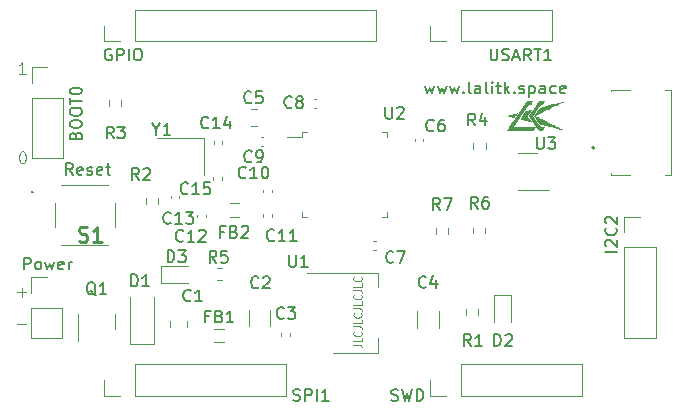
<source format=gbr>
%TF.GenerationSoftware,KiCad,Pcbnew,7.0.5*%
%TF.CreationDate,2023-08-08T21:03:55-06:00*%
%TF.ProjectId,STM32PlayBoard_v1,53544d33-3250-46c6-9179-426f6172645f,rev?*%
%TF.SameCoordinates,Original*%
%TF.FileFunction,Legend,Top*%
%TF.FilePolarity,Positive*%
%FSLAX46Y46*%
G04 Gerber Fmt 4.6, Leading zero omitted, Abs format (unit mm)*
G04 Created by KiCad (PCBNEW 7.0.5) date 2023-08-08 21:03:55*
%MOMM*%
%LPD*%
G01*
G04 APERTURE LIST*
%ADD10C,0.200000*%
%ADD11C,0.125000*%
%ADD12C,0.100000*%
%ADD13C,0.150000*%
%ADD14C,0.254000*%
%ADD15C,0.120000*%
G04 APERTURE END LIST*
D10*
X29263482Y-65984838D02*
X29168244Y-65937219D01*
X29168244Y-65937219D02*
X29025387Y-65937219D01*
X29025387Y-65937219D02*
X28882530Y-65984838D01*
X28882530Y-65984838D02*
X28787292Y-66080076D01*
X28787292Y-66080076D02*
X28739673Y-66175314D01*
X28739673Y-66175314D02*
X28692054Y-66365790D01*
X28692054Y-66365790D02*
X28692054Y-66508647D01*
X28692054Y-66508647D02*
X28739673Y-66699123D01*
X28739673Y-66699123D02*
X28787292Y-66794361D01*
X28787292Y-66794361D02*
X28882530Y-66889600D01*
X28882530Y-66889600D02*
X29025387Y-66937219D01*
X29025387Y-66937219D02*
X29120625Y-66937219D01*
X29120625Y-66937219D02*
X29263482Y-66889600D01*
X29263482Y-66889600D02*
X29311101Y-66841980D01*
X29311101Y-66841980D02*
X29311101Y-66508647D01*
X29311101Y-66508647D02*
X29120625Y-66508647D01*
X29739673Y-66937219D02*
X29739673Y-65937219D01*
X29739673Y-65937219D02*
X30120625Y-65937219D01*
X30120625Y-65937219D02*
X30215863Y-65984838D01*
X30215863Y-65984838D02*
X30263482Y-66032457D01*
X30263482Y-66032457D02*
X30311101Y-66127695D01*
X30311101Y-66127695D02*
X30311101Y-66270552D01*
X30311101Y-66270552D02*
X30263482Y-66365790D01*
X30263482Y-66365790D02*
X30215863Y-66413409D01*
X30215863Y-66413409D02*
X30120625Y-66461028D01*
X30120625Y-66461028D02*
X29739673Y-66461028D01*
X30739673Y-66937219D02*
X30739673Y-65937219D01*
X31406339Y-65937219D02*
X31596815Y-65937219D01*
X31596815Y-65937219D02*
X31692053Y-65984838D01*
X31692053Y-65984838D02*
X31787291Y-66080076D01*
X31787291Y-66080076D02*
X31834910Y-66270552D01*
X31834910Y-66270552D02*
X31834910Y-66603885D01*
X31834910Y-66603885D02*
X31787291Y-66794361D01*
X31787291Y-66794361D02*
X31692053Y-66889600D01*
X31692053Y-66889600D02*
X31596815Y-66937219D01*
X31596815Y-66937219D02*
X31406339Y-66937219D01*
X31406339Y-66937219D02*
X31311101Y-66889600D01*
X31311101Y-66889600D02*
X31215863Y-66794361D01*
X31215863Y-66794361D02*
X31168244Y-66603885D01*
X31168244Y-66603885D02*
X31168244Y-66270552D01*
X31168244Y-66270552D02*
X31215863Y-66080076D01*
X31215863Y-66080076D02*
X31311101Y-65984838D01*
X31311101Y-65984838D02*
X31406339Y-65937219D01*
X21849673Y-84627219D02*
X21849673Y-83627219D01*
X21849673Y-83627219D02*
X22230625Y-83627219D01*
X22230625Y-83627219D02*
X22325863Y-83674838D01*
X22325863Y-83674838D02*
X22373482Y-83722457D01*
X22373482Y-83722457D02*
X22421101Y-83817695D01*
X22421101Y-83817695D02*
X22421101Y-83960552D01*
X22421101Y-83960552D02*
X22373482Y-84055790D01*
X22373482Y-84055790D02*
X22325863Y-84103409D01*
X22325863Y-84103409D02*
X22230625Y-84151028D01*
X22230625Y-84151028D02*
X21849673Y-84151028D01*
X22992530Y-84627219D02*
X22897292Y-84579600D01*
X22897292Y-84579600D02*
X22849673Y-84531980D01*
X22849673Y-84531980D02*
X22802054Y-84436742D01*
X22802054Y-84436742D02*
X22802054Y-84151028D01*
X22802054Y-84151028D02*
X22849673Y-84055790D01*
X22849673Y-84055790D02*
X22897292Y-84008171D01*
X22897292Y-84008171D02*
X22992530Y-83960552D01*
X22992530Y-83960552D02*
X23135387Y-83960552D01*
X23135387Y-83960552D02*
X23230625Y-84008171D01*
X23230625Y-84008171D02*
X23278244Y-84055790D01*
X23278244Y-84055790D02*
X23325863Y-84151028D01*
X23325863Y-84151028D02*
X23325863Y-84436742D01*
X23325863Y-84436742D02*
X23278244Y-84531980D01*
X23278244Y-84531980D02*
X23230625Y-84579600D01*
X23230625Y-84579600D02*
X23135387Y-84627219D01*
X23135387Y-84627219D02*
X22992530Y-84627219D01*
X23659197Y-83960552D02*
X23849673Y-84627219D01*
X23849673Y-84627219D02*
X24040149Y-84151028D01*
X24040149Y-84151028D02*
X24230625Y-84627219D01*
X24230625Y-84627219D02*
X24421101Y-83960552D01*
X25183006Y-84579600D02*
X25087768Y-84627219D01*
X25087768Y-84627219D02*
X24897292Y-84627219D01*
X24897292Y-84627219D02*
X24802054Y-84579600D01*
X24802054Y-84579600D02*
X24754435Y-84484361D01*
X24754435Y-84484361D02*
X24754435Y-84103409D01*
X24754435Y-84103409D02*
X24802054Y-84008171D01*
X24802054Y-84008171D02*
X24897292Y-83960552D01*
X24897292Y-83960552D02*
X25087768Y-83960552D01*
X25087768Y-83960552D02*
X25183006Y-84008171D01*
X25183006Y-84008171D02*
X25230625Y-84103409D01*
X25230625Y-84103409D02*
X25230625Y-84198647D01*
X25230625Y-84198647D02*
X24754435Y-84293885D01*
X25659197Y-84627219D02*
X25659197Y-83960552D01*
X25659197Y-84151028D02*
X25706816Y-84055790D01*
X25706816Y-84055790D02*
X25754435Y-84008171D01*
X25754435Y-84008171D02*
X25849673Y-83960552D01*
X25849673Y-83960552D02*
X25944911Y-83960552D01*
X61359673Y-65937219D02*
X61359673Y-66746742D01*
X61359673Y-66746742D02*
X61407292Y-66841980D01*
X61407292Y-66841980D02*
X61454911Y-66889600D01*
X61454911Y-66889600D02*
X61550149Y-66937219D01*
X61550149Y-66937219D02*
X61740625Y-66937219D01*
X61740625Y-66937219D02*
X61835863Y-66889600D01*
X61835863Y-66889600D02*
X61883482Y-66841980D01*
X61883482Y-66841980D02*
X61931101Y-66746742D01*
X61931101Y-66746742D02*
X61931101Y-65937219D01*
X62359673Y-66889600D02*
X62502530Y-66937219D01*
X62502530Y-66937219D02*
X62740625Y-66937219D01*
X62740625Y-66937219D02*
X62835863Y-66889600D01*
X62835863Y-66889600D02*
X62883482Y-66841980D01*
X62883482Y-66841980D02*
X62931101Y-66746742D01*
X62931101Y-66746742D02*
X62931101Y-66651504D01*
X62931101Y-66651504D02*
X62883482Y-66556266D01*
X62883482Y-66556266D02*
X62835863Y-66508647D01*
X62835863Y-66508647D02*
X62740625Y-66461028D01*
X62740625Y-66461028D02*
X62550149Y-66413409D01*
X62550149Y-66413409D02*
X62454911Y-66365790D01*
X62454911Y-66365790D02*
X62407292Y-66318171D01*
X62407292Y-66318171D02*
X62359673Y-66222933D01*
X62359673Y-66222933D02*
X62359673Y-66127695D01*
X62359673Y-66127695D02*
X62407292Y-66032457D01*
X62407292Y-66032457D02*
X62454911Y-65984838D01*
X62454911Y-65984838D02*
X62550149Y-65937219D01*
X62550149Y-65937219D02*
X62788244Y-65937219D01*
X62788244Y-65937219D02*
X62931101Y-65984838D01*
X63312054Y-66651504D02*
X63788244Y-66651504D01*
X63216816Y-66937219D02*
X63550149Y-65937219D01*
X63550149Y-65937219D02*
X63883482Y-66937219D01*
X64788244Y-66937219D02*
X64454911Y-66461028D01*
X64216816Y-66937219D02*
X64216816Y-65937219D01*
X64216816Y-65937219D02*
X64597768Y-65937219D01*
X64597768Y-65937219D02*
X64693006Y-65984838D01*
X64693006Y-65984838D02*
X64740625Y-66032457D01*
X64740625Y-66032457D02*
X64788244Y-66127695D01*
X64788244Y-66127695D02*
X64788244Y-66270552D01*
X64788244Y-66270552D02*
X64740625Y-66365790D01*
X64740625Y-66365790D02*
X64693006Y-66413409D01*
X64693006Y-66413409D02*
X64597768Y-66461028D01*
X64597768Y-66461028D02*
X64216816Y-66461028D01*
X65073959Y-65937219D02*
X65645387Y-65937219D01*
X65359673Y-66937219D02*
X65359673Y-65937219D01*
X66502530Y-66937219D02*
X65931102Y-66937219D01*
X66216816Y-66937219D02*
X66216816Y-65937219D01*
X66216816Y-65937219D02*
X66121578Y-66080076D01*
X66121578Y-66080076D02*
X66026340Y-66175314D01*
X66026340Y-66175314D02*
X65931102Y-66222933D01*
X44662054Y-95709600D02*
X44804911Y-95757219D01*
X44804911Y-95757219D02*
X45043006Y-95757219D01*
X45043006Y-95757219D02*
X45138244Y-95709600D01*
X45138244Y-95709600D02*
X45185863Y-95661980D01*
X45185863Y-95661980D02*
X45233482Y-95566742D01*
X45233482Y-95566742D02*
X45233482Y-95471504D01*
X45233482Y-95471504D02*
X45185863Y-95376266D01*
X45185863Y-95376266D02*
X45138244Y-95328647D01*
X45138244Y-95328647D02*
X45043006Y-95281028D01*
X45043006Y-95281028D02*
X44852530Y-95233409D01*
X44852530Y-95233409D02*
X44757292Y-95185790D01*
X44757292Y-95185790D02*
X44709673Y-95138171D01*
X44709673Y-95138171D02*
X44662054Y-95042933D01*
X44662054Y-95042933D02*
X44662054Y-94947695D01*
X44662054Y-94947695D02*
X44709673Y-94852457D01*
X44709673Y-94852457D02*
X44757292Y-94804838D01*
X44757292Y-94804838D02*
X44852530Y-94757219D01*
X44852530Y-94757219D02*
X45090625Y-94757219D01*
X45090625Y-94757219D02*
X45233482Y-94804838D01*
X45662054Y-95757219D02*
X45662054Y-94757219D01*
X45662054Y-94757219D02*
X46043006Y-94757219D01*
X46043006Y-94757219D02*
X46138244Y-94804838D01*
X46138244Y-94804838D02*
X46185863Y-94852457D01*
X46185863Y-94852457D02*
X46233482Y-94947695D01*
X46233482Y-94947695D02*
X46233482Y-95090552D01*
X46233482Y-95090552D02*
X46185863Y-95185790D01*
X46185863Y-95185790D02*
X46138244Y-95233409D01*
X46138244Y-95233409D02*
X46043006Y-95281028D01*
X46043006Y-95281028D02*
X45662054Y-95281028D01*
X46662054Y-95757219D02*
X46662054Y-94757219D01*
X47662053Y-95757219D02*
X47090625Y-95757219D01*
X47376339Y-95757219D02*
X47376339Y-94757219D01*
X47376339Y-94757219D02*
X47281101Y-94900076D01*
X47281101Y-94900076D02*
X47185863Y-94995314D01*
X47185863Y-94995314D02*
X47090625Y-95042933D01*
X26223409Y-73276993D02*
X26271028Y-73134136D01*
X26271028Y-73134136D02*
X26318647Y-73086517D01*
X26318647Y-73086517D02*
X26413885Y-73038898D01*
X26413885Y-73038898D02*
X26556742Y-73038898D01*
X26556742Y-73038898D02*
X26651980Y-73086517D01*
X26651980Y-73086517D02*
X26699600Y-73134136D01*
X26699600Y-73134136D02*
X26747219Y-73229374D01*
X26747219Y-73229374D02*
X26747219Y-73610326D01*
X26747219Y-73610326D02*
X25747219Y-73610326D01*
X25747219Y-73610326D02*
X25747219Y-73276993D01*
X25747219Y-73276993D02*
X25794838Y-73181755D01*
X25794838Y-73181755D02*
X25842457Y-73134136D01*
X25842457Y-73134136D02*
X25937695Y-73086517D01*
X25937695Y-73086517D02*
X26032933Y-73086517D01*
X26032933Y-73086517D02*
X26128171Y-73134136D01*
X26128171Y-73134136D02*
X26175790Y-73181755D01*
X26175790Y-73181755D02*
X26223409Y-73276993D01*
X26223409Y-73276993D02*
X26223409Y-73610326D01*
X25747219Y-72419850D02*
X25747219Y-72229374D01*
X25747219Y-72229374D02*
X25794838Y-72134136D01*
X25794838Y-72134136D02*
X25890076Y-72038898D01*
X25890076Y-72038898D02*
X26080552Y-71991279D01*
X26080552Y-71991279D02*
X26413885Y-71991279D01*
X26413885Y-71991279D02*
X26604361Y-72038898D01*
X26604361Y-72038898D02*
X26699600Y-72134136D01*
X26699600Y-72134136D02*
X26747219Y-72229374D01*
X26747219Y-72229374D02*
X26747219Y-72419850D01*
X26747219Y-72419850D02*
X26699600Y-72515088D01*
X26699600Y-72515088D02*
X26604361Y-72610326D01*
X26604361Y-72610326D02*
X26413885Y-72657945D01*
X26413885Y-72657945D02*
X26080552Y-72657945D01*
X26080552Y-72657945D02*
X25890076Y-72610326D01*
X25890076Y-72610326D02*
X25794838Y-72515088D01*
X25794838Y-72515088D02*
X25747219Y-72419850D01*
X25747219Y-71372231D02*
X25747219Y-71181755D01*
X25747219Y-71181755D02*
X25794838Y-71086517D01*
X25794838Y-71086517D02*
X25890076Y-70991279D01*
X25890076Y-70991279D02*
X26080552Y-70943660D01*
X26080552Y-70943660D02*
X26413885Y-70943660D01*
X26413885Y-70943660D02*
X26604361Y-70991279D01*
X26604361Y-70991279D02*
X26699600Y-71086517D01*
X26699600Y-71086517D02*
X26747219Y-71181755D01*
X26747219Y-71181755D02*
X26747219Y-71372231D01*
X26747219Y-71372231D02*
X26699600Y-71467469D01*
X26699600Y-71467469D02*
X26604361Y-71562707D01*
X26604361Y-71562707D02*
X26413885Y-71610326D01*
X26413885Y-71610326D02*
X26080552Y-71610326D01*
X26080552Y-71610326D02*
X25890076Y-71562707D01*
X25890076Y-71562707D02*
X25794838Y-71467469D01*
X25794838Y-71467469D02*
X25747219Y-71372231D01*
X25747219Y-70657945D02*
X25747219Y-70086517D01*
X26747219Y-70372231D02*
X25747219Y-70372231D01*
X25747219Y-69562707D02*
X25747219Y-69467469D01*
X25747219Y-69467469D02*
X25794838Y-69372231D01*
X25794838Y-69372231D02*
X25842457Y-69324612D01*
X25842457Y-69324612D02*
X25937695Y-69276993D01*
X25937695Y-69276993D02*
X26128171Y-69229374D01*
X26128171Y-69229374D02*
X26366266Y-69229374D01*
X26366266Y-69229374D02*
X26556742Y-69276993D01*
X26556742Y-69276993D02*
X26651980Y-69324612D01*
X26651980Y-69324612D02*
X26699600Y-69372231D01*
X26699600Y-69372231D02*
X26747219Y-69467469D01*
X26747219Y-69467469D02*
X26747219Y-69562707D01*
X26747219Y-69562707D02*
X26699600Y-69657945D01*
X26699600Y-69657945D02*
X26651980Y-69705564D01*
X26651980Y-69705564D02*
X26556742Y-69753183D01*
X26556742Y-69753183D02*
X26366266Y-69800802D01*
X26366266Y-69800802D02*
X26128171Y-69800802D01*
X26128171Y-69800802D02*
X25937695Y-69753183D01*
X25937695Y-69753183D02*
X25842457Y-69705564D01*
X25842457Y-69705564D02*
X25794838Y-69657945D01*
X25794838Y-69657945D02*
X25747219Y-69562707D01*
X55834435Y-69060552D02*
X56024911Y-69727219D01*
X56024911Y-69727219D02*
X56215387Y-69251028D01*
X56215387Y-69251028D02*
X56405863Y-69727219D01*
X56405863Y-69727219D02*
X56596339Y-69060552D01*
X56882054Y-69060552D02*
X57072530Y-69727219D01*
X57072530Y-69727219D02*
X57263006Y-69251028D01*
X57263006Y-69251028D02*
X57453482Y-69727219D01*
X57453482Y-69727219D02*
X57643958Y-69060552D01*
X57929673Y-69060552D02*
X58120149Y-69727219D01*
X58120149Y-69727219D02*
X58310625Y-69251028D01*
X58310625Y-69251028D02*
X58501101Y-69727219D01*
X58501101Y-69727219D02*
X58691577Y-69060552D01*
X59072530Y-69631980D02*
X59120149Y-69679600D01*
X59120149Y-69679600D02*
X59072530Y-69727219D01*
X59072530Y-69727219D02*
X59024911Y-69679600D01*
X59024911Y-69679600D02*
X59072530Y-69631980D01*
X59072530Y-69631980D02*
X59072530Y-69727219D01*
X59691577Y-69727219D02*
X59596339Y-69679600D01*
X59596339Y-69679600D02*
X59548720Y-69584361D01*
X59548720Y-69584361D02*
X59548720Y-68727219D01*
X60501101Y-69727219D02*
X60501101Y-69203409D01*
X60501101Y-69203409D02*
X60453482Y-69108171D01*
X60453482Y-69108171D02*
X60358244Y-69060552D01*
X60358244Y-69060552D02*
X60167768Y-69060552D01*
X60167768Y-69060552D02*
X60072530Y-69108171D01*
X60501101Y-69679600D02*
X60405863Y-69727219D01*
X60405863Y-69727219D02*
X60167768Y-69727219D01*
X60167768Y-69727219D02*
X60072530Y-69679600D01*
X60072530Y-69679600D02*
X60024911Y-69584361D01*
X60024911Y-69584361D02*
X60024911Y-69489123D01*
X60024911Y-69489123D02*
X60072530Y-69393885D01*
X60072530Y-69393885D02*
X60167768Y-69346266D01*
X60167768Y-69346266D02*
X60405863Y-69346266D01*
X60405863Y-69346266D02*
X60501101Y-69298647D01*
X61120149Y-69727219D02*
X61024911Y-69679600D01*
X61024911Y-69679600D02*
X60977292Y-69584361D01*
X60977292Y-69584361D02*
X60977292Y-68727219D01*
X61501102Y-69727219D02*
X61501102Y-69060552D01*
X61501102Y-68727219D02*
X61453483Y-68774838D01*
X61453483Y-68774838D02*
X61501102Y-68822457D01*
X61501102Y-68822457D02*
X61548721Y-68774838D01*
X61548721Y-68774838D02*
X61501102Y-68727219D01*
X61501102Y-68727219D02*
X61501102Y-68822457D01*
X61834435Y-69060552D02*
X62215387Y-69060552D01*
X61977292Y-68727219D02*
X61977292Y-69584361D01*
X61977292Y-69584361D02*
X62024911Y-69679600D01*
X62024911Y-69679600D02*
X62120149Y-69727219D01*
X62120149Y-69727219D02*
X62215387Y-69727219D01*
X62548721Y-69727219D02*
X62548721Y-68727219D01*
X62643959Y-69346266D02*
X62929673Y-69727219D01*
X62929673Y-69060552D02*
X62548721Y-69441504D01*
X63358245Y-69631980D02*
X63405864Y-69679600D01*
X63405864Y-69679600D02*
X63358245Y-69727219D01*
X63358245Y-69727219D02*
X63310626Y-69679600D01*
X63310626Y-69679600D02*
X63358245Y-69631980D01*
X63358245Y-69631980D02*
X63358245Y-69727219D01*
X63786816Y-69679600D02*
X63882054Y-69727219D01*
X63882054Y-69727219D02*
X64072530Y-69727219D01*
X64072530Y-69727219D02*
X64167768Y-69679600D01*
X64167768Y-69679600D02*
X64215387Y-69584361D01*
X64215387Y-69584361D02*
X64215387Y-69536742D01*
X64215387Y-69536742D02*
X64167768Y-69441504D01*
X64167768Y-69441504D02*
X64072530Y-69393885D01*
X64072530Y-69393885D02*
X63929673Y-69393885D01*
X63929673Y-69393885D02*
X63834435Y-69346266D01*
X63834435Y-69346266D02*
X63786816Y-69251028D01*
X63786816Y-69251028D02*
X63786816Y-69203409D01*
X63786816Y-69203409D02*
X63834435Y-69108171D01*
X63834435Y-69108171D02*
X63929673Y-69060552D01*
X63929673Y-69060552D02*
X64072530Y-69060552D01*
X64072530Y-69060552D02*
X64167768Y-69108171D01*
X64643959Y-69060552D02*
X64643959Y-70060552D01*
X64643959Y-69108171D02*
X64739197Y-69060552D01*
X64739197Y-69060552D02*
X64929673Y-69060552D01*
X64929673Y-69060552D02*
X65024911Y-69108171D01*
X65024911Y-69108171D02*
X65072530Y-69155790D01*
X65072530Y-69155790D02*
X65120149Y-69251028D01*
X65120149Y-69251028D02*
X65120149Y-69536742D01*
X65120149Y-69536742D02*
X65072530Y-69631980D01*
X65072530Y-69631980D02*
X65024911Y-69679600D01*
X65024911Y-69679600D02*
X64929673Y-69727219D01*
X64929673Y-69727219D02*
X64739197Y-69727219D01*
X64739197Y-69727219D02*
X64643959Y-69679600D01*
X65977292Y-69727219D02*
X65977292Y-69203409D01*
X65977292Y-69203409D02*
X65929673Y-69108171D01*
X65929673Y-69108171D02*
X65834435Y-69060552D01*
X65834435Y-69060552D02*
X65643959Y-69060552D01*
X65643959Y-69060552D02*
X65548721Y-69108171D01*
X65977292Y-69679600D02*
X65882054Y-69727219D01*
X65882054Y-69727219D02*
X65643959Y-69727219D01*
X65643959Y-69727219D02*
X65548721Y-69679600D01*
X65548721Y-69679600D02*
X65501102Y-69584361D01*
X65501102Y-69584361D02*
X65501102Y-69489123D01*
X65501102Y-69489123D02*
X65548721Y-69393885D01*
X65548721Y-69393885D02*
X65643959Y-69346266D01*
X65643959Y-69346266D02*
X65882054Y-69346266D01*
X65882054Y-69346266D02*
X65977292Y-69298647D01*
X66882054Y-69679600D02*
X66786816Y-69727219D01*
X66786816Y-69727219D02*
X66596340Y-69727219D01*
X66596340Y-69727219D02*
X66501102Y-69679600D01*
X66501102Y-69679600D02*
X66453483Y-69631980D01*
X66453483Y-69631980D02*
X66405864Y-69536742D01*
X66405864Y-69536742D02*
X66405864Y-69251028D01*
X66405864Y-69251028D02*
X66453483Y-69155790D01*
X66453483Y-69155790D02*
X66501102Y-69108171D01*
X66501102Y-69108171D02*
X66596340Y-69060552D01*
X66596340Y-69060552D02*
X66786816Y-69060552D01*
X66786816Y-69060552D02*
X66882054Y-69108171D01*
X67691578Y-69679600D02*
X67596340Y-69727219D01*
X67596340Y-69727219D02*
X67405864Y-69727219D01*
X67405864Y-69727219D02*
X67310626Y-69679600D01*
X67310626Y-69679600D02*
X67263007Y-69584361D01*
X67263007Y-69584361D02*
X67263007Y-69203409D01*
X67263007Y-69203409D02*
X67310626Y-69108171D01*
X67310626Y-69108171D02*
X67405864Y-69060552D01*
X67405864Y-69060552D02*
X67596340Y-69060552D01*
X67596340Y-69060552D02*
X67691578Y-69108171D01*
X67691578Y-69108171D02*
X67739197Y-69203409D01*
X67739197Y-69203409D02*
X67739197Y-69298647D01*
X67739197Y-69298647D02*
X67263007Y-69393885D01*
D11*
X21280331Y-86540166D02*
X22042236Y-86540166D01*
X21661283Y-86921119D02*
X21661283Y-86159214D01*
X21680807Y-74641119D02*
X21776045Y-74641119D01*
X21776045Y-74641119D02*
X21871283Y-74688738D01*
X21871283Y-74688738D02*
X21918902Y-74736357D01*
X21918902Y-74736357D02*
X21966521Y-74831595D01*
X21966521Y-74831595D02*
X22014140Y-75022071D01*
X22014140Y-75022071D02*
X22014140Y-75260166D01*
X22014140Y-75260166D02*
X21966521Y-75450642D01*
X21966521Y-75450642D02*
X21918902Y-75545880D01*
X21918902Y-75545880D02*
X21871283Y-75593500D01*
X21871283Y-75593500D02*
X21776045Y-75641119D01*
X21776045Y-75641119D02*
X21680807Y-75641119D01*
X21680807Y-75641119D02*
X21585569Y-75593500D01*
X21585569Y-75593500D02*
X21537950Y-75545880D01*
X21537950Y-75545880D02*
X21490331Y-75450642D01*
X21490331Y-75450642D02*
X21442712Y-75260166D01*
X21442712Y-75260166D02*
X21442712Y-75022071D01*
X21442712Y-75022071D02*
X21490331Y-74831595D01*
X21490331Y-74831595D02*
X21537950Y-74736357D01*
X21537950Y-74736357D02*
X21585569Y-74688738D01*
X21585569Y-74688738D02*
X21680807Y-74641119D01*
D10*
X52972054Y-95719600D02*
X53114911Y-95767219D01*
X53114911Y-95767219D02*
X53353006Y-95767219D01*
X53353006Y-95767219D02*
X53448244Y-95719600D01*
X53448244Y-95719600D02*
X53495863Y-95671980D01*
X53495863Y-95671980D02*
X53543482Y-95576742D01*
X53543482Y-95576742D02*
X53543482Y-95481504D01*
X53543482Y-95481504D02*
X53495863Y-95386266D01*
X53495863Y-95386266D02*
X53448244Y-95338647D01*
X53448244Y-95338647D02*
X53353006Y-95291028D01*
X53353006Y-95291028D02*
X53162530Y-95243409D01*
X53162530Y-95243409D02*
X53067292Y-95195790D01*
X53067292Y-95195790D02*
X53019673Y-95148171D01*
X53019673Y-95148171D02*
X52972054Y-95052933D01*
X52972054Y-95052933D02*
X52972054Y-94957695D01*
X52972054Y-94957695D02*
X53019673Y-94862457D01*
X53019673Y-94862457D02*
X53067292Y-94814838D01*
X53067292Y-94814838D02*
X53162530Y-94767219D01*
X53162530Y-94767219D02*
X53400625Y-94767219D01*
X53400625Y-94767219D02*
X53543482Y-94814838D01*
X53876816Y-94767219D02*
X54114911Y-95767219D01*
X54114911Y-95767219D02*
X54305387Y-95052933D01*
X54305387Y-95052933D02*
X54495863Y-95767219D01*
X54495863Y-95767219D02*
X54733959Y-94767219D01*
X55114911Y-95767219D02*
X55114911Y-94767219D01*
X55114911Y-94767219D02*
X55353006Y-94767219D01*
X55353006Y-94767219D02*
X55495863Y-94814838D01*
X55495863Y-94814838D02*
X55591101Y-94910076D01*
X55591101Y-94910076D02*
X55638720Y-95005314D01*
X55638720Y-95005314D02*
X55686339Y-95195790D01*
X55686339Y-95195790D02*
X55686339Y-95338647D01*
X55686339Y-95338647D02*
X55638720Y-95529123D01*
X55638720Y-95529123D02*
X55591101Y-95624361D01*
X55591101Y-95624361D02*
X55495863Y-95719600D01*
X55495863Y-95719600D02*
X55353006Y-95767219D01*
X55353006Y-95767219D02*
X55114911Y-95767219D01*
X25981101Y-76637219D02*
X25647768Y-76161028D01*
X25409673Y-76637219D02*
X25409673Y-75637219D01*
X25409673Y-75637219D02*
X25790625Y-75637219D01*
X25790625Y-75637219D02*
X25885863Y-75684838D01*
X25885863Y-75684838D02*
X25933482Y-75732457D01*
X25933482Y-75732457D02*
X25981101Y-75827695D01*
X25981101Y-75827695D02*
X25981101Y-75970552D01*
X25981101Y-75970552D02*
X25933482Y-76065790D01*
X25933482Y-76065790D02*
X25885863Y-76113409D01*
X25885863Y-76113409D02*
X25790625Y-76161028D01*
X25790625Y-76161028D02*
X25409673Y-76161028D01*
X26790625Y-76589600D02*
X26695387Y-76637219D01*
X26695387Y-76637219D02*
X26504911Y-76637219D01*
X26504911Y-76637219D02*
X26409673Y-76589600D01*
X26409673Y-76589600D02*
X26362054Y-76494361D01*
X26362054Y-76494361D02*
X26362054Y-76113409D01*
X26362054Y-76113409D02*
X26409673Y-76018171D01*
X26409673Y-76018171D02*
X26504911Y-75970552D01*
X26504911Y-75970552D02*
X26695387Y-75970552D01*
X26695387Y-75970552D02*
X26790625Y-76018171D01*
X26790625Y-76018171D02*
X26838244Y-76113409D01*
X26838244Y-76113409D02*
X26838244Y-76208647D01*
X26838244Y-76208647D02*
X26362054Y-76303885D01*
X27219197Y-76589600D02*
X27314435Y-76637219D01*
X27314435Y-76637219D02*
X27504911Y-76637219D01*
X27504911Y-76637219D02*
X27600149Y-76589600D01*
X27600149Y-76589600D02*
X27647768Y-76494361D01*
X27647768Y-76494361D02*
X27647768Y-76446742D01*
X27647768Y-76446742D02*
X27600149Y-76351504D01*
X27600149Y-76351504D02*
X27504911Y-76303885D01*
X27504911Y-76303885D02*
X27362054Y-76303885D01*
X27362054Y-76303885D02*
X27266816Y-76256266D01*
X27266816Y-76256266D02*
X27219197Y-76161028D01*
X27219197Y-76161028D02*
X27219197Y-76113409D01*
X27219197Y-76113409D02*
X27266816Y-76018171D01*
X27266816Y-76018171D02*
X27362054Y-75970552D01*
X27362054Y-75970552D02*
X27504911Y-75970552D01*
X27504911Y-75970552D02*
X27600149Y-76018171D01*
X28457292Y-76589600D02*
X28362054Y-76637219D01*
X28362054Y-76637219D02*
X28171578Y-76637219D01*
X28171578Y-76637219D02*
X28076340Y-76589600D01*
X28076340Y-76589600D02*
X28028721Y-76494361D01*
X28028721Y-76494361D02*
X28028721Y-76113409D01*
X28028721Y-76113409D02*
X28076340Y-76018171D01*
X28076340Y-76018171D02*
X28171578Y-75970552D01*
X28171578Y-75970552D02*
X28362054Y-75970552D01*
X28362054Y-75970552D02*
X28457292Y-76018171D01*
X28457292Y-76018171D02*
X28504911Y-76113409D01*
X28504911Y-76113409D02*
X28504911Y-76208647D01*
X28504911Y-76208647D02*
X28028721Y-76303885D01*
X28790626Y-75970552D02*
X29171578Y-75970552D01*
X28933483Y-75637219D02*
X28933483Y-76494361D01*
X28933483Y-76494361D02*
X28981102Y-76589600D01*
X28981102Y-76589600D02*
X29076340Y-76637219D01*
X29076340Y-76637219D02*
X29171578Y-76637219D01*
D11*
X22014140Y-68071119D02*
X21442712Y-68071119D01*
X21728426Y-68071119D02*
X21728426Y-67071119D01*
X21728426Y-67071119D02*
X21633188Y-67213976D01*
X21633188Y-67213976D02*
X21537950Y-67309214D01*
X21537950Y-67309214D02*
X21442712Y-67356833D01*
D12*
X49759133Y-90999925D02*
X50259133Y-90999925D01*
X50259133Y-90999925D02*
X50359133Y-91028496D01*
X50359133Y-91028496D02*
X50425800Y-91085639D01*
X50425800Y-91085639D02*
X50459133Y-91171353D01*
X50459133Y-91171353D02*
X50459133Y-91228496D01*
X50459133Y-90428496D02*
X50459133Y-90714210D01*
X50459133Y-90714210D02*
X49759133Y-90714210D01*
X50392466Y-89885639D02*
X50425800Y-89914211D01*
X50425800Y-89914211D02*
X50459133Y-89999925D01*
X50459133Y-89999925D02*
X50459133Y-90057068D01*
X50459133Y-90057068D02*
X50425800Y-90142782D01*
X50425800Y-90142782D02*
X50359133Y-90199925D01*
X50359133Y-90199925D02*
X50292466Y-90228496D01*
X50292466Y-90228496D02*
X50159133Y-90257068D01*
X50159133Y-90257068D02*
X50059133Y-90257068D01*
X50059133Y-90257068D02*
X49925800Y-90228496D01*
X49925800Y-90228496D02*
X49859133Y-90199925D01*
X49859133Y-90199925D02*
X49792466Y-90142782D01*
X49792466Y-90142782D02*
X49759133Y-90057068D01*
X49759133Y-90057068D02*
X49759133Y-89999925D01*
X49759133Y-89999925D02*
X49792466Y-89914211D01*
X49792466Y-89914211D02*
X49825800Y-89885639D01*
X49759133Y-89457068D02*
X50259133Y-89457068D01*
X50259133Y-89457068D02*
X50359133Y-89485639D01*
X50359133Y-89485639D02*
X50425800Y-89542782D01*
X50425800Y-89542782D02*
X50459133Y-89628496D01*
X50459133Y-89628496D02*
X50459133Y-89685639D01*
X50459133Y-88885639D02*
X50459133Y-89171353D01*
X50459133Y-89171353D02*
X49759133Y-89171353D01*
X50392466Y-88342782D02*
X50425800Y-88371354D01*
X50425800Y-88371354D02*
X50459133Y-88457068D01*
X50459133Y-88457068D02*
X50459133Y-88514211D01*
X50459133Y-88514211D02*
X50425800Y-88599925D01*
X50425800Y-88599925D02*
X50359133Y-88657068D01*
X50359133Y-88657068D02*
X50292466Y-88685639D01*
X50292466Y-88685639D02*
X50159133Y-88714211D01*
X50159133Y-88714211D02*
X50059133Y-88714211D01*
X50059133Y-88714211D02*
X49925800Y-88685639D01*
X49925800Y-88685639D02*
X49859133Y-88657068D01*
X49859133Y-88657068D02*
X49792466Y-88599925D01*
X49792466Y-88599925D02*
X49759133Y-88514211D01*
X49759133Y-88514211D02*
X49759133Y-88457068D01*
X49759133Y-88457068D02*
X49792466Y-88371354D01*
X49792466Y-88371354D02*
X49825800Y-88342782D01*
X49759133Y-87914211D02*
X50259133Y-87914211D01*
X50259133Y-87914211D02*
X50359133Y-87942782D01*
X50359133Y-87942782D02*
X50425800Y-87999925D01*
X50425800Y-87999925D02*
X50459133Y-88085639D01*
X50459133Y-88085639D02*
X50459133Y-88142782D01*
X50459133Y-87342782D02*
X50459133Y-87628496D01*
X50459133Y-87628496D02*
X49759133Y-87628496D01*
X50392466Y-86799925D02*
X50425800Y-86828497D01*
X50425800Y-86828497D02*
X50459133Y-86914211D01*
X50459133Y-86914211D02*
X50459133Y-86971354D01*
X50459133Y-86971354D02*
X50425800Y-87057068D01*
X50425800Y-87057068D02*
X50359133Y-87114211D01*
X50359133Y-87114211D02*
X50292466Y-87142782D01*
X50292466Y-87142782D02*
X50159133Y-87171354D01*
X50159133Y-87171354D02*
X50059133Y-87171354D01*
X50059133Y-87171354D02*
X49925800Y-87142782D01*
X49925800Y-87142782D02*
X49859133Y-87114211D01*
X49859133Y-87114211D02*
X49792466Y-87057068D01*
X49792466Y-87057068D02*
X49759133Y-86971354D01*
X49759133Y-86971354D02*
X49759133Y-86914211D01*
X49759133Y-86914211D02*
X49792466Y-86828497D01*
X49792466Y-86828497D02*
X49825800Y-86799925D01*
X49759133Y-86371354D02*
X50259133Y-86371354D01*
X50259133Y-86371354D02*
X50359133Y-86399925D01*
X50359133Y-86399925D02*
X50425800Y-86457068D01*
X50425800Y-86457068D02*
X50459133Y-86542782D01*
X50459133Y-86542782D02*
X50459133Y-86599925D01*
X50459133Y-85799925D02*
X50459133Y-86085639D01*
X50459133Y-86085639D02*
X49759133Y-86085639D01*
X50392466Y-85257068D02*
X50425800Y-85285640D01*
X50425800Y-85285640D02*
X50459133Y-85371354D01*
X50459133Y-85371354D02*
X50459133Y-85428497D01*
X50459133Y-85428497D02*
X50425800Y-85514211D01*
X50425800Y-85514211D02*
X50359133Y-85571354D01*
X50359133Y-85571354D02*
X50292466Y-85599925D01*
X50292466Y-85599925D02*
X50159133Y-85628497D01*
X50159133Y-85628497D02*
X50059133Y-85628497D01*
X50059133Y-85628497D02*
X49925800Y-85599925D01*
X49925800Y-85599925D02*
X49859133Y-85571354D01*
X49859133Y-85571354D02*
X49792466Y-85514211D01*
X49792466Y-85514211D02*
X49759133Y-85428497D01*
X49759133Y-85428497D02*
X49759133Y-85371354D01*
X49759133Y-85371354D02*
X49792466Y-85285640D01*
X49792466Y-85285640D02*
X49825800Y-85257068D01*
D11*
X21300331Y-89240166D02*
X22062236Y-89240166D01*
D10*
X72057219Y-83110326D02*
X71057219Y-83110326D01*
X71152457Y-82681755D02*
X71104838Y-82634136D01*
X71104838Y-82634136D02*
X71057219Y-82538898D01*
X71057219Y-82538898D02*
X71057219Y-82300803D01*
X71057219Y-82300803D02*
X71104838Y-82205565D01*
X71104838Y-82205565D02*
X71152457Y-82157946D01*
X71152457Y-82157946D02*
X71247695Y-82110327D01*
X71247695Y-82110327D02*
X71342933Y-82110327D01*
X71342933Y-82110327D02*
X71485790Y-82157946D01*
X71485790Y-82157946D02*
X72057219Y-82729374D01*
X72057219Y-82729374D02*
X72057219Y-82110327D01*
X71961980Y-81110327D02*
X72009600Y-81157946D01*
X72009600Y-81157946D02*
X72057219Y-81300803D01*
X72057219Y-81300803D02*
X72057219Y-81396041D01*
X72057219Y-81396041D02*
X72009600Y-81538898D01*
X72009600Y-81538898D02*
X71914361Y-81634136D01*
X71914361Y-81634136D02*
X71819123Y-81681755D01*
X71819123Y-81681755D02*
X71628647Y-81729374D01*
X71628647Y-81729374D02*
X71485790Y-81729374D01*
X71485790Y-81729374D02*
X71295314Y-81681755D01*
X71295314Y-81681755D02*
X71200076Y-81634136D01*
X71200076Y-81634136D02*
X71104838Y-81538898D01*
X71104838Y-81538898D02*
X71057219Y-81396041D01*
X71057219Y-81396041D02*
X71057219Y-81300803D01*
X71057219Y-81300803D02*
X71104838Y-81157946D01*
X71104838Y-81157946D02*
X71152457Y-81110327D01*
X71152457Y-80729374D02*
X71104838Y-80681755D01*
X71104838Y-80681755D02*
X71057219Y-80586517D01*
X71057219Y-80586517D02*
X71057219Y-80348422D01*
X71057219Y-80348422D02*
X71104838Y-80253184D01*
X71104838Y-80253184D02*
X71152457Y-80205565D01*
X71152457Y-80205565D02*
X71247695Y-80157946D01*
X71247695Y-80157946D02*
X71342933Y-80157946D01*
X71342933Y-80157946D02*
X71485790Y-80205565D01*
X71485790Y-80205565D02*
X72057219Y-80776993D01*
X72057219Y-80776993D02*
X72057219Y-80157946D01*
D13*
%TO.C,R6*%
X60263333Y-79474819D02*
X59930000Y-78998628D01*
X59691905Y-79474819D02*
X59691905Y-78474819D01*
X59691905Y-78474819D02*
X60072857Y-78474819D01*
X60072857Y-78474819D02*
X60168095Y-78522438D01*
X60168095Y-78522438D02*
X60215714Y-78570057D01*
X60215714Y-78570057D02*
X60263333Y-78665295D01*
X60263333Y-78665295D02*
X60263333Y-78808152D01*
X60263333Y-78808152D02*
X60215714Y-78903390D01*
X60215714Y-78903390D02*
X60168095Y-78951009D01*
X60168095Y-78951009D02*
X60072857Y-78998628D01*
X60072857Y-78998628D02*
X59691905Y-78998628D01*
X61120476Y-78474819D02*
X60930000Y-78474819D01*
X60930000Y-78474819D02*
X60834762Y-78522438D01*
X60834762Y-78522438D02*
X60787143Y-78570057D01*
X60787143Y-78570057D02*
X60691905Y-78712914D01*
X60691905Y-78712914D02*
X60644286Y-78903390D01*
X60644286Y-78903390D02*
X60644286Y-79284342D01*
X60644286Y-79284342D02*
X60691905Y-79379580D01*
X60691905Y-79379580D02*
X60739524Y-79427200D01*
X60739524Y-79427200D02*
X60834762Y-79474819D01*
X60834762Y-79474819D02*
X61025238Y-79474819D01*
X61025238Y-79474819D02*
X61120476Y-79427200D01*
X61120476Y-79427200D02*
X61168095Y-79379580D01*
X61168095Y-79379580D02*
X61215714Y-79284342D01*
X61215714Y-79284342D02*
X61215714Y-79046247D01*
X61215714Y-79046247D02*
X61168095Y-78951009D01*
X61168095Y-78951009D02*
X61120476Y-78903390D01*
X61120476Y-78903390D02*
X61025238Y-78855771D01*
X61025238Y-78855771D02*
X60834762Y-78855771D01*
X60834762Y-78855771D02*
X60739524Y-78903390D01*
X60739524Y-78903390D02*
X60691905Y-78951009D01*
X60691905Y-78951009D02*
X60644286Y-79046247D01*
%TO.C,C12*%
X35337142Y-82179580D02*
X35289523Y-82227200D01*
X35289523Y-82227200D02*
X35146666Y-82274819D01*
X35146666Y-82274819D02*
X35051428Y-82274819D01*
X35051428Y-82274819D02*
X34908571Y-82227200D01*
X34908571Y-82227200D02*
X34813333Y-82131961D01*
X34813333Y-82131961D02*
X34765714Y-82036723D01*
X34765714Y-82036723D02*
X34718095Y-81846247D01*
X34718095Y-81846247D02*
X34718095Y-81703390D01*
X34718095Y-81703390D02*
X34765714Y-81512914D01*
X34765714Y-81512914D02*
X34813333Y-81417676D01*
X34813333Y-81417676D02*
X34908571Y-81322438D01*
X34908571Y-81322438D02*
X35051428Y-81274819D01*
X35051428Y-81274819D02*
X35146666Y-81274819D01*
X35146666Y-81274819D02*
X35289523Y-81322438D01*
X35289523Y-81322438D02*
X35337142Y-81370057D01*
X36289523Y-82274819D02*
X35718095Y-82274819D01*
X36003809Y-82274819D02*
X36003809Y-81274819D01*
X36003809Y-81274819D02*
X35908571Y-81417676D01*
X35908571Y-81417676D02*
X35813333Y-81512914D01*
X35813333Y-81512914D02*
X35718095Y-81560533D01*
X36670476Y-81370057D02*
X36718095Y-81322438D01*
X36718095Y-81322438D02*
X36813333Y-81274819D01*
X36813333Y-81274819D02*
X37051428Y-81274819D01*
X37051428Y-81274819D02*
X37146666Y-81322438D01*
X37146666Y-81322438D02*
X37194285Y-81370057D01*
X37194285Y-81370057D02*
X37241904Y-81465295D01*
X37241904Y-81465295D02*
X37241904Y-81560533D01*
X37241904Y-81560533D02*
X37194285Y-81703390D01*
X37194285Y-81703390D02*
X36622857Y-82274819D01*
X36622857Y-82274819D02*
X37241904Y-82274819D01*
%TO.C,C6*%
X56543333Y-72849580D02*
X56495714Y-72897200D01*
X56495714Y-72897200D02*
X56352857Y-72944819D01*
X56352857Y-72944819D02*
X56257619Y-72944819D01*
X56257619Y-72944819D02*
X56114762Y-72897200D01*
X56114762Y-72897200D02*
X56019524Y-72801961D01*
X56019524Y-72801961D02*
X55971905Y-72706723D01*
X55971905Y-72706723D02*
X55924286Y-72516247D01*
X55924286Y-72516247D02*
X55924286Y-72373390D01*
X55924286Y-72373390D02*
X55971905Y-72182914D01*
X55971905Y-72182914D02*
X56019524Y-72087676D01*
X56019524Y-72087676D02*
X56114762Y-71992438D01*
X56114762Y-71992438D02*
X56257619Y-71944819D01*
X56257619Y-71944819D02*
X56352857Y-71944819D01*
X56352857Y-71944819D02*
X56495714Y-71992438D01*
X56495714Y-71992438D02*
X56543333Y-72040057D01*
X57400476Y-71944819D02*
X57210000Y-71944819D01*
X57210000Y-71944819D02*
X57114762Y-71992438D01*
X57114762Y-71992438D02*
X57067143Y-72040057D01*
X57067143Y-72040057D02*
X56971905Y-72182914D01*
X56971905Y-72182914D02*
X56924286Y-72373390D01*
X56924286Y-72373390D02*
X56924286Y-72754342D01*
X56924286Y-72754342D02*
X56971905Y-72849580D01*
X56971905Y-72849580D02*
X57019524Y-72897200D01*
X57019524Y-72897200D02*
X57114762Y-72944819D01*
X57114762Y-72944819D02*
X57305238Y-72944819D01*
X57305238Y-72944819D02*
X57400476Y-72897200D01*
X57400476Y-72897200D02*
X57448095Y-72849580D01*
X57448095Y-72849580D02*
X57495714Y-72754342D01*
X57495714Y-72754342D02*
X57495714Y-72516247D01*
X57495714Y-72516247D02*
X57448095Y-72421009D01*
X57448095Y-72421009D02*
X57400476Y-72373390D01*
X57400476Y-72373390D02*
X57305238Y-72325771D01*
X57305238Y-72325771D02*
X57114762Y-72325771D01*
X57114762Y-72325771D02*
X57019524Y-72373390D01*
X57019524Y-72373390D02*
X56971905Y-72421009D01*
X56971905Y-72421009D02*
X56924286Y-72516247D01*
%TO.C,FB2*%
X38806666Y-81421009D02*
X38473333Y-81421009D01*
X38473333Y-81944819D02*
X38473333Y-80944819D01*
X38473333Y-80944819D02*
X38949523Y-80944819D01*
X39663809Y-81421009D02*
X39806666Y-81468628D01*
X39806666Y-81468628D02*
X39854285Y-81516247D01*
X39854285Y-81516247D02*
X39901904Y-81611485D01*
X39901904Y-81611485D02*
X39901904Y-81754342D01*
X39901904Y-81754342D02*
X39854285Y-81849580D01*
X39854285Y-81849580D02*
X39806666Y-81897200D01*
X39806666Y-81897200D02*
X39711428Y-81944819D01*
X39711428Y-81944819D02*
X39330476Y-81944819D01*
X39330476Y-81944819D02*
X39330476Y-80944819D01*
X39330476Y-80944819D02*
X39663809Y-80944819D01*
X39663809Y-80944819D02*
X39759047Y-80992438D01*
X39759047Y-80992438D02*
X39806666Y-81040057D01*
X39806666Y-81040057D02*
X39854285Y-81135295D01*
X39854285Y-81135295D02*
X39854285Y-81230533D01*
X39854285Y-81230533D02*
X39806666Y-81325771D01*
X39806666Y-81325771D02*
X39759047Y-81373390D01*
X39759047Y-81373390D02*
X39663809Y-81421009D01*
X39663809Y-81421009D02*
X39330476Y-81421009D01*
X40282857Y-81040057D02*
X40330476Y-80992438D01*
X40330476Y-80992438D02*
X40425714Y-80944819D01*
X40425714Y-80944819D02*
X40663809Y-80944819D01*
X40663809Y-80944819D02*
X40759047Y-80992438D01*
X40759047Y-80992438D02*
X40806666Y-81040057D01*
X40806666Y-81040057D02*
X40854285Y-81135295D01*
X40854285Y-81135295D02*
X40854285Y-81230533D01*
X40854285Y-81230533D02*
X40806666Y-81373390D01*
X40806666Y-81373390D02*
X40235238Y-81944819D01*
X40235238Y-81944819D02*
X40854285Y-81944819D01*
%TO.C,C2*%
X41713333Y-86129580D02*
X41665714Y-86177200D01*
X41665714Y-86177200D02*
X41522857Y-86224819D01*
X41522857Y-86224819D02*
X41427619Y-86224819D01*
X41427619Y-86224819D02*
X41284762Y-86177200D01*
X41284762Y-86177200D02*
X41189524Y-86081961D01*
X41189524Y-86081961D02*
X41141905Y-85986723D01*
X41141905Y-85986723D02*
X41094286Y-85796247D01*
X41094286Y-85796247D02*
X41094286Y-85653390D01*
X41094286Y-85653390D02*
X41141905Y-85462914D01*
X41141905Y-85462914D02*
X41189524Y-85367676D01*
X41189524Y-85367676D02*
X41284762Y-85272438D01*
X41284762Y-85272438D02*
X41427619Y-85224819D01*
X41427619Y-85224819D02*
X41522857Y-85224819D01*
X41522857Y-85224819D02*
X41665714Y-85272438D01*
X41665714Y-85272438D02*
X41713333Y-85320057D01*
X42094286Y-85320057D02*
X42141905Y-85272438D01*
X42141905Y-85272438D02*
X42237143Y-85224819D01*
X42237143Y-85224819D02*
X42475238Y-85224819D01*
X42475238Y-85224819D02*
X42570476Y-85272438D01*
X42570476Y-85272438D02*
X42618095Y-85320057D01*
X42618095Y-85320057D02*
X42665714Y-85415295D01*
X42665714Y-85415295D02*
X42665714Y-85510533D01*
X42665714Y-85510533D02*
X42618095Y-85653390D01*
X42618095Y-85653390D02*
X42046667Y-86224819D01*
X42046667Y-86224819D02*
X42665714Y-86224819D01*
%TO.C,R5*%
X38143333Y-84054819D02*
X37810000Y-83578628D01*
X37571905Y-84054819D02*
X37571905Y-83054819D01*
X37571905Y-83054819D02*
X37952857Y-83054819D01*
X37952857Y-83054819D02*
X38048095Y-83102438D01*
X38048095Y-83102438D02*
X38095714Y-83150057D01*
X38095714Y-83150057D02*
X38143333Y-83245295D01*
X38143333Y-83245295D02*
X38143333Y-83388152D01*
X38143333Y-83388152D02*
X38095714Y-83483390D01*
X38095714Y-83483390D02*
X38048095Y-83531009D01*
X38048095Y-83531009D02*
X37952857Y-83578628D01*
X37952857Y-83578628D02*
X37571905Y-83578628D01*
X39048095Y-83054819D02*
X38571905Y-83054819D01*
X38571905Y-83054819D02*
X38524286Y-83531009D01*
X38524286Y-83531009D02*
X38571905Y-83483390D01*
X38571905Y-83483390D02*
X38667143Y-83435771D01*
X38667143Y-83435771D02*
X38905238Y-83435771D01*
X38905238Y-83435771D02*
X39000476Y-83483390D01*
X39000476Y-83483390D02*
X39048095Y-83531009D01*
X39048095Y-83531009D02*
X39095714Y-83626247D01*
X39095714Y-83626247D02*
X39095714Y-83864342D01*
X39095714Y-83864342D02*
X39048095Y-83959580D01*
X39048095Y-83959580D02*
X39000476Y-84007200D01*
X39000476Y-84007200D02*
X38905238Y-84054819D01*
X38905238Y-84054819D02*
X38667143Y-84054819D01*
X38667143Y-84054819D02*
X38571905Y-84007200D01*
X38571905Y-84007200D02*
X38524286Y-83959580D01*
%TO.C,R7*%
X57083333Y-79594819D02*
X56750000Y-79118628D01*
X56511905Y-79594819D02*
X56511905Y-78594819D01*
X56511905Y-78594819D02*
X56892857Y-78594819D01*
X56892857Y-78594819D02*
X56988095Y-78642438D01*
X56988095Y-78642438D02*
X57035714Y-78690057D01*
X57035714Y-78690057D02*
X57083333Y-78785295D01*
X57083333Y-78785295D02*
X57083333Y-78928152D01*
X57083333Y-78928152D02*
X57035714Y-79023390D01*
X57035714Y-79023390D02*
X56988095Y-79071009D01*
X56988095Y-79071009D02*
X56892857Y-79118628D01*
X56892857Y-79118628D02*
X56511905Y-79118628D01*
X57416667Y-78594819D02*
X58083333Y-78594819D01*
X58083333Y-78594819D02*
X57654762Y-79594819D01*
%TO.C,C7*%
X53133333Y-83979580D02*
X53085714Y-84027200D01*
X53085714Y-84027200D02*
X52942857Y-84074819D01*
X52942857Y-84074819D02*
X52847619Y-84074819D01*
X52847619Y-84074819D02*
X52704762Y-84027200D01*
X52704762Y-84027200D02*
X52609524Y-83931961D01*
X52609524Y-83931961D02*
X52561905Y-83836723D01*
X52561905Y-83836723D02*
X52514286Y-83646247D01*
X52514286Y-83646247D02*
X52514286Y-83503390D01*
X52514286Y-83503390D02*
X52561905Y-83312914D01*
X52561905Y-83312914D02*
X52609524Y-83217676D01*
X52609524Y-83217676D02*
X52704762Y-83122438D01*
X52704762Y-83122438D02*
X52847619Y-83074819D01*
X52847619Y-83074819D02*
X52942857Y-83074819D01*
X52942857Y-83074819D02*
X53085714Y-83122438D01*
X53085714Y-83122438D02*
X53133333Y-83170057D01*
X53466667Y-83074819D02*
X54133333Y-83074819D01*
X54133333Y-83074819D02*
X53704762Y-84074819D01*
%TO.C,R3*%
X29443333Y-73539819D02*
X29110000Y-73063628D01*
X28871905Y-73539819D02*
X28871905Y-72539819D01*
X28871905Y-72539819D02*
X29252857Y-72539819D01*
X29252857Y-72539819D02*
X29348095Y-72587438D01*
X29348095Y-72587438D02*
X29395714Y-72635057D01*
X29395714Y-72635057D02*
X29443333Y-72730295D01*
X29443333Y-72730295D02*
X29443333Y-72873152D01*
X29443333Y-72873152D02*
X29395714Y-72968390D01*
X29395714Y-72968390D02*
X29348095Y-73016009D01*
X29348095Y-73016009D02*
X29252857Y-73063628D01*
X29252857Y-73063628D02*
X28871905Y-73063628D01*
X29776667Y-72539819D02*
X30395714Y-72539819D01*
X30395714Y-72539819D02*
X30062381Y-72920771D01*
X30062381Y-72920771D02*
X30205238Y-72920771D01*
X30205238Y-72920771D02*
X30300476Y-72968390D01*
X30300476Y-72968390D02*
X30348095Y-73016009D01*
X30348095Y-73016009D02*
X30395714Y-73111247D01*
X30395714Y-73111247D02*
X30395714Y-73349342D01*
X30395714Y-73349342D02*
X30348095Y-73444580D01*
X30348095Y-73444580D02*
X30300476Y-73492200D01*
X30300476Y-73492200D02*
X30205238Y-73539819D01*
X30205238Y-73539819D02*
X29919524Y-73539819D01*
X29919524Y-73539819D02*
X29824286Y-73492200D01*
X29824286Y-73492200D02*
X29776667Y-73444580D01*
%TO.C,C4*%
X55893333Y-86094580D02*
X55845714Y-86142200D01*
X55845714Y-86142200D02*
X55702857Y-86189819D01*
X55702857Y-86189819D02*
X55607619Y-86189819D01*
X55607619Y-86189819D02*
X55464762Y-86142200D01*
X55464762Y-86142200D02*
X55369524Y-86046961D01*
X55369524Y-86046961D02*
X55321905Y-85951723D01*
X55321905Y-85951723D02*
X55274286Y-85761247D01*
X55274286Y-85761247D02*
X55274286Y-85618390D01*
X55274286Y-85618390D02*
X55321905Y-85427914D01*
X55321905Y-85427914D02*
X55369524Y-85332676D01*
X55369524Y-85332676D02*
X55464762Y-85237438D01*
X55464762Y-85237438D02*
X55607619Y-85189819D01*
X55607619Y-85189819D02*
X55702857Y-85189819D01*
X55702857Y-85189819D02*
X55845714Y-85237438D01*
X55845714Y-85237438D02*
X55893333Y-85285057D01*
X56750476Y-85523152D02*
X56750476Y-86189819D01*
X56512381Y-85142200D02*
X56274286Y-85856485D01*
X56274286Y-85856485D02*
X56893333Y-85856485D01*
%TO.C,Y1*%
X33073809Y-72738628D02*
X33073809Y-73214819D01*
X32740476Y-72214819D02*
X33073809Y-72738628D01*
X33073809Y-72738628D02*
X33407142Y-72214819D01*
X34264285Y-73214819D02*
X33692857Y-73214819D01*
X33978571Y-73214819D02*
X33978571Y-72214819D01*
X33978571Y-72214819D02*
X33883333Y-72357676D01*
X33883333Y-72357676D02*
X33788095Y-72452914D01*
X33788095Y-72452914D02*
X33692857Y-72500533D01*
%TO.C,Q1*%
X27934761Y-86830057D02*
X27839523Y-86782438D01*
X27839523Y-86782438D02*
X27744285Y-86687200D01*
X27744285Y-86687200D02*
X27601428Y-86544342D01*
X27601428Y-86544342D02*
X27506190Y-86496723D01*
X27506190Y-86496723D02*
X27410952Y-86496723D01*
X27458571Y-86734819D02*
X27363333Y-86687200D01*
X27363333Y-86687200D02*
X27268095Y-86591961D01*
X27268095Y-86591961D02*
X27220476Y-86401485D01*
X27220476Y-86401485D02*
X27220476Y-86068152D01*
X27220476Y-86068152D02*
X27268095Y-85877676D01*
X27268095Y-85877676D02*
X27363333Y-85782438D01*
X27363333Y-85782438D02*
X27458571Y-85734819D01*
X27458571Y-85734819D02*
X27649047Y-85734819D01*
X27649047Y-85734819D02*
X27744285Y-85782438D01*
X27744285Y-85782438D02*
X27839523Y-85877676D01*
X27839523Y-85877676D02*
X27887142Y-86068152D01*
X27887142Y-86068152D02*
X27887142Y-86401485D01*
X27887142Y-86401485D02*
X27839523Y-86591961D01*
X27839523Y-86591961D02*
X27744285Y-86687200D01*
X27744285Y-86687200D02*
X27649047Y-86734819D01*
X27649047Y-86734819D02*
X27458571Y-86734819D01*
X28839523Y-86734819D02*
X28268095Y-86734819D01*
X28553809Y-86734819D02*
X28553809Y-85734819D01*
X28553809Y-85734819D02*
X28458571Y-85877676D01*
X28458571Y-85877676D02*
X28363333Y-85972914D01*
X28363333Y-85972914D02*
X28268095Y-86020533D01*
%TO.C,C3*%
X43863333Y-88709580D02*
X43815714Y-88757200D01*
X43815714Y-88757200D02*
X43672857Y-88804819D01*
X43672857Y-88804819D02*
X43577619Y-88804819D01*
X43577619Y-88804819D02*
X43434762Y-88757200D01*
X43434762Y-88757200D02*
X43339524Y-88661961D01*
X43339524Y-88661961D02*
X43291905Y-88566723D01*
X43291905Y-88566723D02*
X43244286Y-88376247D01*
X43244286Y-88376247D02*
X43244286Y-88233390D01*
X43244286Y-88233390D02*
X43291905Y-88042914D01*
X43291905Y-88042914D02*
X43339524Y-87947676D01*
X43339524Y-87947676D02*
X43434762Y-87852438D01*
X43434762Y-87852438D02*
X43577619Y-87804819D01*
X43577619Y-87804819D02*
X43672857Y-87804819D01*
X43672857Y-87804819D02*
X43815714Y-87852438D01*
X43815714Y-87852438D02*
X43863333Y-87900057D01*
X44196667Y-87804819D02*
X44815714Y-87804819D01*
X44815714Y-87804819D02*
X44482381Y-88185771D01*
X44482381Y-88185771D02*
X44625238Y-88185771D01*
X44625238Y-88185771D02*
X44720476Y-88233390D01*
X44720476Y-88233390D02*
X44768095Y-88281009D01*
X44768095Y-88281009D02*
X44815714Y-88376247D01*
X44815714Y-88376247D02*
X44815714Y-88614342D01*
X44815714Y-88614342D02*
X44768095Y-88709580D01*
X44768095Y-88709580D02*
X44720476Y-88757200D01*
X44720476Y-88757200D02*
X44625238Y-88804819D01*
X44625238Y-88804819D02*
X44339524Y-88804819D01*
X44339524Y-88804819D02*
X44244286Y-88757200D01*
X44244286Y-88757200D02*
X44196667Y-88709580D01*
%TO.C,D2*%
X61671905Y-91114819D02*
X61671905Y-90114819D01*
X61671905Y-90114819D02*
X61910000Y-90114819D01*
X61910000Y-90114819D02*
X62052857Y-90162438D01*
X62052857Y-90162438D02*
X62148095Y-90257676D01*
X62148095Y-90257676D02*
X62195714Y-90352914D01*
X62195714Y-90352914D02*
X62243333Y-90543390D01*
X62243333Y-90543390D02*
X62243333Y-90686247D01*
X62243333Y-90686247D02*
X62195714Y-90876723D01*
X62195714Y-90876723D02*
X62148095Y-90971961D01*
X62148095Y-90971961D02*
X62052857Y-91067200D01*
X62052857Y-91067200D02*
X61910000Y-91114819D01*
X61910000Y-91114819D02*
X61671905Y-91114819D01*
X62624286Y-90210057D02*
X62671905Y-90162438D01*
X62671905Y-90162438D02*
X62767143Y-90114819D01*
X62767143Y-90114819D02*
X63005238Y-90114819D01*
X63005238Y-90114819D02*
X63100476Y-90162438D01*
X63100476Y-90162438D02*
X63148095Y-90210057D01*
X63148095Y-90210057D02*
X63195714Y-90305295D01*
X63195714Y-90305295D02*
X63195714Y-90400533D01*
X63195714Y-90400533D02*
X63148095Y-90543390D01*
X63148095Y-90543390D02*
X62576667Y-91114819D01*
X62576667Y-91114819D02*
X63195714Y-91114819D01*
%TO.C,C5*%
X41103333Y-70449580D02*
X41055714Y-70497200D01*
X41055714Y-70497200D02*
X40912857Y-70544819D01*
X40912857Y-70544819D02*
X40817619Y-70544819D01*
X40817619Y-70544819D02*
X40674762Y-70497200D01*
X40674762Y-70497200D02*
X40579524Y-70401961D01*
X40579524Y-70401961D02*
X40531905Y-70306723D01*
X40531905Y-70306723D02*
X40484286Y-70116247D01*
X40484286Y-70116247D02*
X40484286Y-69973390D01*
X40484286Y-69973390D02*
X40531905Y-69782914D01*
X40531905Y-69782914D02*
X40579524Y-69687676D01*
X40579524Y-69687676D02*
X40674762Y-69592438D01*
X40674762Y-69592438D02*
X40817619Y-69544819D01*
X40817619Y-69544819D02*
X40912857Y-69544819D01*
X40912857Y-69544819D02*
X41055714Y-69592438D01*
X41055714Y-69592438D02*
X41103333Y-69640057D01*
X42008095Y-69544819D02*
X41531905Y-69544819D01*
X41531905Y-69544819D02*
X41484286Y-70021009D01*
X41484286Y-70021009D02*
X41531905Y-69973390D01*
X41531905Y-69973390D02*
X41627143Y-69925771D01*
X41627143Y-69925771D02*
X41865238Y-69925771D01*
X41865238Y-69925771D02*
X41960476Y-69973390D01*
X41960476Y-69973390D02*
X42008095Y-70021009D01*
X42008095Y-70021009D02*
X42055714Y-70116247D01*
X42055714Y-70116247D02*
X42055714Y-70354342D01*
X42055714Y-70354342D02*
X42008095Y-70449580D01*
X42008095Y-70449580D02*
X41960476Y-70497200D01*
X41960476Y-70497200D02*
X41865238Y-70544819D01*
X41865238Y-70544819D02*
X41627143Y-70544819D01*
X41627143Y-70544819D02*
X41531905Y-70497200D01*
X41531905Y-70497200D02*
X41484286Y-70449580D01*
D14*
%TO.C,S1*%
X26512380Y-82213842D02*
X26693809Y-82274318D01*
X26693809Y-82274318D02*
X26996190Y-82274318D01*
X26996190Y-82274318D02*
X27117142Y-82213842D01*
X27117142Y-82213842D02*
X27177618Y-82153365D01*
X27177618Y-82153365D02*
X27238095Y-82032413D01*
X27238095Y-82032413D02*
X27238095Y-81911461D01*
X27238095Y-81911461D02*
X27177618Y-81790508D01*
X27177618Y-81790508D02*
X27117142Y-81730032D01*
X27117142Y-81730032D02*
X26996190Y-81669556D01*
X26996190Y-81669556D02*
X26754285Y-81609080D01*
X26754285Y-81609080D02*
X26633333Y-81548603D01*
X26633333Y-81548603D02*
X26572856Y-81488127D01*
X26572856Y-81488127D02*
X26512380Y-81367175D01*
X26512380Y-81367175D02*
X26512380Y-81246222D01*
X26512380Y-81246222D02*
X26572856Y-81125270D01*
X26572856Y-81125270D02*
X26633333Y-81064794D01*
X26633333Y-81064794D02*
X26754285Y-81004318D01*
X26754285Y-81004318D02*
X27056666Y-81004318D01*
X27056666Y-81004318D02*
X27238095Y-81064794D01*
X28447619Y-82274318D02*
X27721904Y-82274318D01*
X28084761Y-82274318D02*
X28084761Y-81004318D01*
X28084761Y-81004318D02*
X27963809Y-81185746D01*
X27963809Y-81185746D02*
X27842857Y-81306699D01*
X27842857Y-81306699D02*
X27721904Y-81367175D01*
D13*
%TO.C,C8*%
X44533333Y-70879580D02*
X44485714Y-70927200D01*
X44485714Y-70927200D02*
X44342857Y-70974819D01*
X44342857Y-70974819D02*
X44247619Y-70974819D01*
X44247619Y-70974819D02*
X44104762Y-70927200D01*
X44104762Y-70927200D02*
X44009524Y-70831961D01*
X44009524Y-70831961D02*
X43961905Y-70736723D01*
X43961905Y-70736723D02*
X43914286Y-70546247D01*
X43914286Y-70546247D02*
X43914286Y-70403390D01*
X43914286Y-70403390D02*
X43961905Y-70212914D01*
X43961905Y-70212914D02*
X44009524Y-70117676D01*
X44009524Y-70117676D02*
X44104762Y-70022438D01*
X44104762Y-70022438D02*
X44247619Y-69974819D01*
X44247619Y-69974819D02*
X44342857Y-69974819D01*
X44342857Y-69974819D02*
X44485714Y-70022438D01*
X44485714Y-70022438D02*
X44533333Y-70070057D01*
X45104762Y-70403390D02*
X45009524Y-70355771D01*
X45009524Y-70355771D02*
X44961905Y-70308152D01*
X44961905Y-70308152D02*
X44914286Y-70212914D01*
X44914286Y-70212914D02*
X44914286Y-70165295D01*
X44914286Y-70165295D02*
X44961905Y-70070057D01*
X44961905Y-70070057D02*
X45009524Y-70022438D01*
X45009524Y-70022438D02*
X45104762Y-69974819D01*
X45104762Y-69974819D02*
X45295238Y-69974819D01*
X45295238Y-69974819D02*
X45390476Y-70022438D01*
X45390476Y-70022438D02*
X45438095Y-70070057D01*
X45438095Y-70070057D02*
X45485714Y-70165295D01*
X45485714Y-70165295D02*
X45485714Y-70212914D01*
X45485714Y-70212914D02*
X45438095Y-70308152D01*
X45438095Y-70308152D02*
X45390476Y-70355771D01*
X45390476Y-70355771D02*
X45295238Y-70403390D01*
X45295238Y-70403390D02*
X45104762Y-70403390D01*
X45104762Y-70403390D02*
X45009524Y-70451009D01*
X45009524Y-70451009D02*
X44961905Y-70498628D01*
X44961905Y-70498628D02*
X44914286Y-70593866D01*
X44914286Y-70593866D02*
X44914286Y-70784342D01*
X44914286Y-70784342D02*
X44961905Y-70879580D01*
X44961905Y-70879580D02*
X45009524Y-70927200D01*
X45009524Y-70927200D02*
X45104762Y-70974819D01*
X45104762Y-70974819D02*
X45295238Y-70974819D01*
X45295238Y-70974819D02*
X45390476Y-70927200D01*
X45390476Y-70927200D02*
X45438095Y-70879580D01*
X45438095Y-70879580D02*
X45485714Y-70784342D01*
X45485714Y-70784342D02*
X45485714Y-70593866D01*
X45485714Y-70593866D02*
X45438095Y-70498628D01*
X45438095Y-70498628D02*
X45390476Y-70451009D01*
X45390476Y-70451009D02*
X45295238Y-70403390D01*
%TO.C,FB1*%
X37546666Y-88591009D02*
X37213333Y-88591009D01*
X37213333Y-89114819D02*
X37213333Y-88114819D01*
X37213333Y-88114819D02*
X37689523Y-88114819D01*
X38403809Y-88591009D02*
X38546666Y-88638628D01*
X38546666Y-88638628D02*
X38594285Y-88686247D01*
X38594285Y-88686247D02*
X38641904Y-88781485D01*
X38641904Y-88781485D02*
X38641904Y-88924342D01*
X38641904Y-88924342D02*
X38594285Y-89019580D01*
X38594285Y-89019580D02*
X38546666Y-89067200D01*
X38546666Y-89067200D02*
X38451428Y-89114819D01*
X38451428Y-89114819D02*
X38070476Y-89114819D01*
X38070476Y-89114819D02*
X38070476Y-88114819D01*
X38070476Y-88114819D02*
X38403809Y-88114819D01*
X38403809Y-88114819D02*
X38499047Y-88162438D01*
X38499047Y-88162438D02*
X38546666Y-88210057D01*
X38546666Y-88210057D02*
X38594285Y-88305295D01*
X38594285Y-88305295D02*
X38594285Y-88400533D01*
X38594285Y-88400533D02*
X38546666Y-88495771D01*
X38546666Y-88495771D02*
X38499047Y-88543390D01*
X38499047Y-88543390D02*
X38403809Y-88591009D01*
X38403809Y-88591009D02*
X38070476Y-88591009D01*
X39594285Y-89114819D02*
X39022857Y-89114819D01*
X39308571Y-89114819D02*
X39308571Y-88114819D01*
X39308571Y-88114819D02*
X39213333Y-88257676D01*
X39213333Y-88257676D02*
X39118095Y-88352914D01*
X39118095Y-88352914D02*
X39022857Y-88400533D01*
%TO.C,C1*%
X35983333Y-87239580D02*
X35935714Y-87287200D01*
X35935714Y-87287200D02*
X35792857Y-87334819D01*
X35792857Y-87334819D02*
X35697619Y-87334819D01*
X35697619Y-87334819D02*
X35554762Y-87287200D01*
X35554762Y-87287200D02*
X35459524Y-87191961D01*
X35459524Y-87191961D02*
X35411905Y-87096723D01*
X35411905Y-87096723D02*
X35364286Y-86906247D01*
X35364286Y-86906247D02*
X35364286Y-86763390D01*
X35364286Y-86763390D02*
X35411905Y-86572914D01*
X35411905Y-86572914D02*
X35459524Y-86477676D01*
X35459524Y-86477676D02*
X35554762Y-86382438D01*
X35554762Y-86382438D02*
X35697619Y-86334819D01*
X35697619Y-86334819D02*
X35792857Y-86334819D01*
X35792857Y-86334819D02*
X35935714Y-86382438D01*
X35935714Y-86382438D02*
X35983333Y-86430057D01*
X36935714Y-87334819D02*
X36364286Y-87334819D01*
X36650000Y-87334819D02*
X36650000Y-86334819D01*
X36650000Y-86334819D02*
X36554762Y-86477676D01*
X36554762Y-86477676D02*
X36459524Y-86572914D01*
X36459524Y-86572914D02*
X36364286Y-86620533D01*
%TO.C,C15*%
X35747142Y-78169580D02*
X35699523Y-78217200D01*
X35699523Y-78217200D02*
X35556666Y-78264819D01*
X35556666Y-78264819D02*
X35461428Y-78264819D01*
X35461428Y-78264819D02*
X35318571Y-78217200D01*
X35318571Y-78217200D02*
X35223333Y-78121961D01*
X35223333Y-78121961D02*
X35175714Y-78026723D01*
X35175714Y-78026723D02*
X35128095Y-77836247D01*
X35128095Y-77836247D02*
X35128095Y-77693390D01*
X35128095Y-77693390D02*
X35175714Y-77502914D01*
X35175714Y-77502914D02*
X35223333Y-77407676D01*
X35223333Y-77407676D02*
X35318571Y-77312438D01*
X35318571Y-77312438D02*
X35461428Y-77264819D01*
X35461428Y-77264819D02*
X35556666Y-77264819D01*
X35556666Y-77264819D02*
X35699523Y-77312438D01*
X35699523Y-77312438D02*
X35747142Y-77360057D01*
X36699523Y-78264819D02*
X36128095Y-78264819D01*
X36413809Y-78264819D02*
X36413809Y-77264819D01*
X36413809Y-77264819D02*
X36318571Y-77407676D01*
X36318571Y-77407676D02*
X36223333Y-77502914D01*
X36223333Y-77502914D02*
X36128095Y-77550533D01*
X37604285Y-77264819D02*
X37128095Y-77264819D01*
X37128095Y-77264819D02*
X37080476Y-77741009D01*
X37080476Y-77741009D02*
X37128095Y-77693390D01*
X37128095Y-77693390D02*
X37223333Y-77645771D01*
X37223333Y-77645771D02*
X37461428Y-77645771D01*
X37461428Y-77645771D02*
X37556666Y-77693390D01*
X37556666Y-77693390D02*
X37604285Y-77741009D01*
X37604285Y-77741009D02*
X37651904Y-77836247D01*
X37651904Y-77836247D02*
X37651904Y-78074342D01*
X37651904Y-78074342D02*
X37604285Y-78169580D01*
X37604285Y-78169580D02*
X37556666Y-78217200D01*
X37556666Y-78217200D02*
X37461428Y-78264819D01*
X37461428Y-78264819D02*
X37223333Y-78264819D01*
X37223333Y-78264819D02*
X37128095Y-78217200D01*
X37128095Y-78217200D02*
X37080476Y-78169580D01*
%TO.C,D3*%
X34031905Y-84014819D02*
X34031905Y-83014819D01*
X34031905Y-83014819D02*
X34270000Y-83014819D01*
X34270000Y-83014819D02*
X34412857Y-83062438D01*
X34412857Y-83062438D02*
X34508095Y-83157676D01*
X34508095Y-83157676D02*
X34555714Y-83252914D01*
X34555714Y-83252914D02*
X34603333Y-83443390D01*
X34603333Y-83443390D02*
X34603333Y-83586247D01*
X34603333Y-83586247D02*
X34555714Y-83776723D01*
X34555714Y-83776723D02*
X34508095Y-83871961D01*
X34508095Y-83871961D02*
X34412857Y-83967200D01*
X34412857Y-83967200D02*
X34270000Y-84014819D01*
X34270000Y-84014819D02*
X34031905Y-84014819D01*
X34936667Y-83014819D02*
X35555714Y-83014819D01*
X35555714Y-83014819D02*
X35222381Y-83395771D01*
X35222381Y-83395771D02*
X35365238Y-83395771D01*
X35365238Y-83395771D02*
X35460476Y-83443390D01*
X35460476Y-83443390D02*
X35508095Y-83491009D01*
X35508095Y-83491009D02*
X35555714Y-83586247D01*
X35555714Y-83586247D02*
X35555714Y-83824342D01*
X35555714Y-83824342D02*
X35508095Y-83919580D01*
X35508095Y-83919580D02*
X35460476Y-83967200D01*
X35460476Y-83967200D02*
X35365238Y-84014819D01*
X35365238Y-84014819D02*
X35079524Y-84014819D01*
X35079524Y-84014819D02*
X34984286Y-83967200D01*
X34984286Y-83967200D02*
X34936667Y-83919580D01*
%TO.C,C14*%
X37467142Y-72599580D02*
X37419523Y-72647200D01*
X37419523Y-72647200D02*
X37276666Y-72694819D01*
X37276666Y-72694819D02*
X37181428Y-72694819D01*
X37181428Y-72694819D02*
X37038571Y-72647200D01*
X37038571Y-72647200D02*
X36943333Y-72551961D01*
X36943333Y-72551961D02*
X36895714Y-72456723D01*
X36895714Y-72456723D02*
X36848095Y-72266247D01*
X36848095Y-72266247D02*
X36848095Y-72123390D01*
X36848095Y-72123390D02*
X36895714Y-71932914D01*
X36895714Y-71932914D02*
X36943333Y-71837676D01*
X36943333Y-71837676D02*
X37038571Y-71742438D01*
X37038571Y-71742438D02*
X37181428Y-71694819D01*
X37181428Y-71694819D02*
X37276666Y-71694819D01*
X37276666Y-71694819D02*
X37419523Y-71742438D01*
X37419523Y-71742438D02*
X37467142Y-71790057D01*
X38419523Y-72694819D02*
X37848095Y-72694819D01*
X38133809Y-72694819D02*
X38133809Y-71694819D01*
X38133809Y-71694819D02*
X38038571Y-71837676D01*
X38038571Y-71837676D02*
X37943333Y-71932914D01*
X37943333Y-71932914D02*
X37848095Y-71980533D01*
X39276666Y-72028152D02*
X39276666Y-72694819D01*
X39038571Y-71647200D02*
X38800476Y-72361485D01*
X38800476Y-72361485D02*
X39419523Y-72361485D01*
%TO.C,R1*%
X59703333Y-91117319D02*
X59370000Y-90641128D01*
X59131905Y-91117319D02*
X59131905Y-90117319D01*
X59131905Y-90117319D02*
X59512857Y-90117319D01*
X59512857Y-90117319D02*
X59608095Y-90164938D01*
X59608095Y-90164938D02*
X59655714Y-90212557D01*
X59655714Y-90212557D02*
X59703333Y-90307795D01*
X59703333Y-90307795D02*
X59703333Y-90450652D01*
X59703333Y-90450652D02*
X59655714Y-90545890D01*
X59655714Y-90545890D02*
X59608095Y-90593509D01*
X59608095Y-90593509D02*
X59512857Y-90641128D01*
X59512857Y-90641128D02*
X59131905Y-90641128D01*
X60655714Y-91117319D02*
X60084286Y-91117319D01*
X60370000Y-91117319D02*
X60370000Y-90117319D01*
X60370000Y-90117319D02*
X60274762Y-90260176D01*
X60274762Y-90260176D02*
X60179524Y-90355414D01*
X60179524Y-90355414D02*
X60084286Y-90403033D01*
%TO.C,R2*%
X31593333Y-77044819D02*
X31260000Y-76568628D01*
X31021905Y-77044819D02*
X31021905Y-76044819D01*
X31021905Y-76044819D02*
X31402857Y-76044819D01*
X31402857Y-76044819D02*
X31498095Y-76092438D01*
X31498095Y-76092438D02*
X31545714Y-76140057D01*
X31545714Y-76140057D02*
X31593333Y-76235295D01*
X31593333Y-76235295D02*
X31593333Y-76378152D01*
X31593333Y-76378152D02*
X31545714Y-76473390D01*
X31545714Y-76473390D02*
X31498095Y-76521009D01*
X31498095Y-76521009D02*
X31402857Y-76568628D01*
X31402857Y-76568628D02*
X31021905Y-76568628D01*
X31974286Y-76140057D02*
X32021905Y-76092438D01*
X32021905Y-76092438D02*
X32117143Y-76044819D01*
X32117143Y-76044819D02*
X32355238Y-76044819D01*
X32355238Y-76044819D02*
X32450476Y-76092438D01*
X32450476Y-76092438D02*
X32498095Y-76140057D01*
X32498095Y-76140057D02*
X32545714Y-76235295D01*
X32545714Y-76235295D02*
X32545714Y-76330533D01*
X32545714Y-76330533D02*
X32498095Y-76473390D01*
X32498095Y-76473390D02*
X31926667Y-77044819D01*
X31926667Y-77044819D02*
X32545714Y-77044819D01*
%TO.C,C10*%
X40647142Y-76819580D02*
X40599523Y-76867200D01*
X40599523Y-76867200D02*
X40456666Y-76914819D01*
X40456666Y-76914819D02*
X40361428Y-76914819D01*
X40361428Y-76914819D02*
X40218571Y-76867200D01*
X40218571Y-76867200D02*
X40123333Y-76771961D01*
X40123333Y-76771961D02*
X40075714Y-76676723D01*
X40075714Y-76676723D02*
X40028095Y-76486247D01*
X40028095Y-76486247D02*
X40028095Y-76343390D01*
X40028095Y-76343390D02*
X40075714Y-76152914D01*
X40075714Y-76152914D02*
X40123333Y-76057676D01*
X40123333Y-76057676D02*
X40218571Y-75962438D01*
X40218571Y-75962438D02*
X40361428Y-75914819D01*
X40361428Y-75914819D02*
X40456666Y-75914819D01*
X40456666Y-75914819D02*
X40599523Y-75962438D01*
X40599523Y-75962438D02*
X40647142Y-76010057D01*
X41599523Y-76914819D02*
X41028095Y-76914819D01*
X41313809Y-76914819D02*
X41313809Y-75914819D01*
X41313809Y-75914819D02*
X41218571Y-76057676D01*
X41218571Y-76057676D02*
X41123333Y-76152914D01*
X41123333Y-76152914D02*
X41028095Y-76200533D01*
X42218571Y-75914819D02*
X42313809Y-75914819D01*
X42313809Y-75914819D02*
X42409047Y-75962438D01*
X42409047Y-75962438D02*
X42456666Y-76010057D01*
X42456666Y-76010057D02*
X42504285Y-76105295D01*
X42504285Y-76105295D02*
X42551904Y-76295771D01*
X42551904Y-76295771D02*
X42551904Y-76533866D01*
X42551904Y-76533866D02*
X42504285Y-76724342D01*
X42504285Y-76724342D02*
X42456666Y-76819580D01*
X42456666Y-76819580D02*
X42409047Y-76867200D01*
X42409047Y-76867200D02*
X42313809Y-76914819D01*
X42313809Y-76914819D02*
X42218571Y-76914819D01*
X42218571Y-76914819D02*
X42123333Y-76867200D01*
X42123333Y-76867200D02*
X42075714Y-76819580D01*
X42075714Y-76819580D02*
X42028095Y-76724342D01*
X42028095Y-76724342D02*
X41980476Y-76533866D01*
X41980476Y-76533866D02*
X41980476Y-76295771D01*
X41980476Y-76295771D02*
X42028095Y-76105295D01*
X42028095Y-76105295D02*
X42075714Y-76010057D01*
X42075714Y-76010057D02*
X42123333Y-75962438D01*
X42123333Y-75962438D02*
X42218571Y-75914819D01*
%TO.C,R4*%
X60053333Y-72429819D02*
X59720000Y-71953628D01*
X59481905Y-72429819D02*
X59481905Y-71429819D01*
X59481905Y-71429819D02*
X59862857Y-71429819D01*
X59862857Y-71429819D02*
X59958095Y-71477438D01*
X59958095Y-71477438D02*
X60005714Y-71525057D01*
X60005714Y-71525057D02*
X60053333Y-71620295D01*
X60053333Y-71620295D02*
X60053333Y-71763152D01*
X60053333Y-71763152D02*
X60005714Y-71858390D01*
X60005714Y-71858390D02*
X59958095Y-71906009D01*
X59958095Y-71906009D02*
X59862857Y-71953628D01*
X59862857Y-71953628D02*
X59481905Y-71953628D01*
X60910476Y-71763152D02*
X60910476Y-72429819D01*
X60672381Y-71382200D02*
X60434286Y-72096485D01*
X60434286Y-72096485D02*
X61053333Y-72096485D01*
%TO.C,C13*%
X34277142Y-80669580D02*
X34229523Y-80717200D01*
X34229523Y-80717200D02*
X34086666Y-80764819D01*
X34086666Y-80764819D02*
X33991428Y-80764819D01*
X33991428Y-80764819D02*
X33848571Y-80717200D01*
X33848571Y-80717200D02*
X33753333Y-80621961D01*
X33753333Y-80621961D02*
X33705714Y-80526723D01*
X33705714Y-80526723D02*
X33658095Y-80336247D01*
X33658095Y-80336247D02*
X33658095Y-80193390D01*
X33658095Y-80193390D02*
X33705714Y-80002914D01*
X33705714Y-80002914D02*
X33753333Y-79907676D01*
X33753333Y-79907676D02*
X33848571Y-79812438D01*
X33848571Y-79812438D02*
X33991428Y-79764819D01*
X33991428Y-79764819D02*
X34086666Y-79764819D01*
X34086666Y-79764819D02*
X34229523Y-79812438D01*
X34229523Y-79812438D02*
X34277142Y-79860057D01*
X35229523Y-80764819D02*
X34658095Y-80764819D01*
X34943809Y-80764819D02*
X34943809Y-79764819D01*
X34943809Y-79764819D02*
X34848571Y-79907676D01*
X34848571Y-79907676D02*
X34753333Y-80002914D01*
X34753333Y-80002914D02*
X34658095Y-80050533D01*
X35562857Y-79764819D02*
X36181904Y-79764819D01*
X36181904Y-79764819D02*
X35848571Y-80145771D01*
X35848571Y-80145771D02*
X35991428Y-80145771D01*
X35991428Y-80145771D02*
X36086666Y-80193390D01*
X36086666Y-80193390D02*
X36134285Y-80241009D01*
X36134285Y-80241009D02*
X36181904Y-80336247D01*
X36181904Y-80336247D02*
X36181904Y-80574342D01*
X36181904Y-80574342D02*
X36134285Y-80669580D01*
X36134285Y-80669580D02*
X36086666Y-80717200D01*
X36086666Y-80717200D02*
X35991428Y-80764819D01*
X35991428Y-80764819D02*
X35705714Y-80764819D01*
X35705714Y-80764819D02*
X35610476Y-80717200D01*
X35610476Y-80717200D02*
X35562857Y-80669580D01*
%TO.C,U1*%
X44318095Y-83404819D02*
X44318095Y-84214342D01*
X44318095Y-84214342D02*
X44365714Y-84309580D01*
X44365714Y-84309580D02*
X44413333Y-84357200D01*
X44413333Y-84357200D02*
X44508571Y-84404819D01*
X44508571Y-84404819D02*
X44699047Y-84404819D01*
X44699047Y-84404819D02*
X44794285Y-84357200D01*
X44794285Y-84357200D02*
X44841904Y-84309580D01*
X44841904Y-84309580D02*
X44889523Y-84214342D01*
X44889523Y-84214342D02*
X44889523Y-83404819D01*
X45889523Y-84404819D02*
X45318095Y-84404819D01*
X45603809Y-84404819D02*
X45603809Y-83404819D01*
X45603809Y-83404819D02*
X45508571Y-83547676D01*
X45508571Y-83547676D02*
X45413333Y-83642914D01*
X45413333Y-83642914D02*
X45318095Y-83690533D01*
%TO.C,U3*%
X65278095Y-73434819D02*
X65278095Y-74244342D01*
X65278095Y-74244342D02*
X65325714Y-74339580D01*
X65325714Y-74339580D02*
X65373333Y-74387200D01*
X65373333Y-74387200D02*
X65468571Y-74434819D01*
X65468571Y-74434819D02*
X65659047Y-74434819D01*
X65659047Y-74434819D02*
X65754285Y-74387200D01*
X65754285Y-74387200D02*
X65801904Y-74339580D01*
X65801904Y-74339580D02*
X65849523Y-74244342D01*
X65849523Y-74244342D02*
X65849523Y-73434819D01*
X66230476Y-73434819D02*
X66849523Y-73434819D01*
X66849523Y-73434819D02*
X66516190Y-73815771D01*
X66516190Y-73815771D02*
X66659047Y-73815771D01*
X66659047Y-73815771D02*
X66754285Y-73863390D01*
X66754285Y-73863390D02*
X66801904Y-73911009D01*
X66801904Y-73911009D02*
X66849523Y-74006247D01*
X66849523Y-74006247D02*
X66849523Y-74244342D01*
X66849523Y-74244342D02*
X66801904Y-74339580D01*
X66801904Y-74339580D02*
X66754285Y-74387200D01*
X66754285Y-74387200D02*
X66659047Y-74434819D01*
X66659047Y-74434819D02*
X66373333Y-74434819D01*
X66373333Y-74434819D02*
X66278095Y-74387200D01*
X66278095Y-74387200D02*
X66230476Y-74339580D01*
%TO.C,C11*%
X43037142Y-82139580D02*
X42989523Y-82187200D01*
X42989523Y-82187200D02*
X42846666Y-82234819D01*
X42846666Y-82234819D02*
X42751428Y-82234819D01*
X42751428Y-82234819D02*
X42608571Y-82187200D01*
X42608571Y-82187200D02*
X42513333Y-82091961D01*
X42513333Y-82091961D02*
X42465714Y-81996723D01*
X42465714Y-81996723D02*
X42418095Y-81806247D01*
X42418095Y-81806247D02*
X42418095Y-81663390D01*
X42418095Y-81663390D02*
X42465714Y-81472914D01*
X42465714Y-81472914D02*
X42513333Y-81377676D01*
X42513333Y-81377676D02*
X42608571Y-81282438D01*
X42608571Y-81282438D02*
X42751428Y-81234819D01*
X42751428Y-81234819D02*
X42846666Y-81234819D01*
X42846666Y-81234819D02*
X42989523Y-81282438D01*
X42989523Y-81282438D02*
X43037142Y-81330057D01*
X43989523Y-82234819D02*
X43418095Y-82234819D01*
X43703809Y-82234819D02*
X43703809Y-81234819D01*
X43703809Y-81234819D02*
X43608571Y-81377676D01*
X43608571Y-81377676D02*
X43513333Y-81472914D01*
X43513333Y-81472914D02*
X43418095Y-81520533D01*
X44941904Y-82234819D02*
X44370476Y-82234819D01*
X44656190Y-82234819D02*
X44656190Y-81234819D01*
X44656190Y-81234819D02*
X44560952Y-81377676D01*
X44560952Y-81377676D02*
X44465714Y-81472914D01*
X44465714Y-81472914D02*
X44370476Y-81520533D01*
%TO.C,D1*%
X30931905Y-86052319D02*
X30931905Y-85052319D01*
X30931905Y-85052319D02*
X31170000Y-85052319D01*
X31170000Y-85052319D02*
X31312857Y-85099938D01*
X31312857Y-85099938D02*
X31408095Y-85195176D01*
X31408095Y-85195176D02*
X31455714Y-85290414D01*
X31455714Y-85290414D02*
X31503333Y-85480890D01*
X31503333Y-85480890D02*
X31503333Y-85623747D01*
X31503333Y-85623747D02*
X31455714Y-85814223D01*
X31455714Y-85814223D02*
X31408095Y-85909461D01*
X31408095Y-85909461D02*
X31312857Y-86004700D01*
X31312857Y-86004700D02*
X31170000Y-86052319D01*
X31170000Y-86052319D02*
X30931905Y-86052319D01*
X32455714Y-86052319D02*
X31884286Y-86052319D01*
X32170000Y-86052319D02*
X32170000Y-85052319D01*
X32170000Y-85052319D02*
X32074762Y-85195176D01*
X32074762Y-85195176D02*
X31979524Y-85290414D01*
X31979524Y-85290414D02*
X31884286Y-85338033D01*
%TO.C,C9*%
X41133333Y-75459580D02*
X41085714Y-75507200D01*
X41085714Y-75507200D02*
X40942857Y-75554819D01*
X40942857Y-75554819D02*
X40847619Y-75554819D01*
X40847619Y-75554819D02*
X40704762Y-75507200D01*
X40704762Y-75507200D02*
X40609524Y-75411961D01*
X40609524Y-75411961D02*
X40561905Y-75316723D01*
X40561905Y-75316723D02*
X40514286Y-75126247D01*
X40514286Y-75126247D02*
X40514286Y-74983390D01*
X40514286Y-74983390D02*
X40561905Y-74792914D01*
X40561905Y-74792914D02*
X40609524Y-74697676D01*
X40609524Y-74697676D02*
X40704762Y-74602438D01*
X40704762Y-74602438D02*
X40847619Y-74554819D01*
X40847619Y-74554819D02*
X40942857Y-74554819D01*
X40942857Y-74554819D02*
X41085714Y-74602438D01*
X41085714Y-74602438D02*
X41133333Y-74650057D01*
X41609524Y-75554819D02*
X41800000Y-75554819D01*
X41800000Y-75554819D02*
X41895238Y-75507200D01*
X41895238Y-75507200D02*
X41942857Y-75459580D01*
X41942857Y-75459580D02*
X42038095Y-75316723D01*
X42038095Y-75316723D02*
X42085714Y-75126247D01*
X42085714Y-75126247D02*
X42085714Y-74745295D01*
X42085714Y-74745295D02*
X42038095Y-74650057D01*
X42038095Y-74650057D02*
X41990476Y-74602438D01*
X41990476Y-74602438D02*
X41895238Y-74554819D01*
X41895238Y-74554819D02*
X41704762Y-74554819D01*
X41704762Y-74554819D02*
X41609524Y-74602438D01*
X41609524Y-74602438D02*
X41561905Y-74650057D01*
X41561905Y-74650057D02*
X41514286Y-74745295D01*
X41514286Y-74745295D02*
X41514286Y-74983390D01*
X41514286Y-74983390D02*
X41561905Y-75078628D01*
X41561905Y-75078628D02*
X41609524Y-75126247D01*
X41609524Y-75126247D02*
X41704762Y-75173866D01*
X41704762Y-75173866D02*
X41895238Y-75173866D01*
X41895238Y-75173866D02*
X41990476Y-75126247D01*
X41990476Y-75126247D02*
X42038095Y-75078628D01*
X42038095Y-75078628D02*
X42085714Y-74983390D01*
%TO.C,U2*%
X52468095Y-70864819D02*
X52468095Y-71674342D01*
X52468095Y-71674342D02*
X52515714Y-71769580D01*
X52515714Y-71769580D02*
X52563333Y-71817200D01*
X52563333Y-71817200D02*
X52658571Y-71864819D01*
X52658571Y-71864819D02*
X52849047Y-71864819D01*
X52849047Y-71864819D02*
X52944285Y-71817200D01*
X52944285Y-71817200D02*
X52991904Y-71769580D01*
X52991904Y-71769580D02*
X53039523Y-71674342D01*
X53039523Y-71674342D02*
X53039523Y-70864819D01*
X53468095Y-70960057D02*
X53515714Y-70912438D01*
X53515714Y-70912438D02*
X53610952Y-70864819D01*
X53610952Y-70864819D02*
X53849047Y-70864819D01*
X53849047Y-70864819D02*
X53944285Y-70912438D01*
X53944285Y-70912438D02*
X53991904Y-70960057D01*
X53991904Y-70960057D02*
X54039523Y-71055295D01*
X54039523Y-71055295D02*
X54039523Y-71150533D01*
X54039523Y-71150533D02*
X53991904Y-71293390D01*
X53991904Y-71293390D02*
X53420476Y-71864819D01*
X53420476Y-71864819D02*
X54039523Y-71864819D01*
%TO.C,G\u002A\u002A\u002A*%
G36*
X64954103Y-70423777D02*
G01*
X64938089Y-70447631D01*
X64911455Y-70486302D01*
X64878067Y-70534211D01*
X64845799Y-70580103D01*
X64759695Y-70702038D01*
X64693925Y-70702038D01*
X64628154Y-70702038D01*
X63978511Y-71629622D01*
X63883181Y-71765785D01*
X63791973Y-71896153D01*
X63705907Y-72019262D01*
X63626002Y-72133651D01*
X63553276Y-72237858D01*
X63488750Y-72330421D01*
X63433441Y-72409879D01*
X63388370Y-72474769D01*
X63354554Y-72523630D01*
X63333014Y-72554999D01*
X63324768Y-72567416D01*
X63324726Y-72567505D01*
X63336240Y-72569188D01*
X63370859Y-72570868D01*
X63426675Y-72572517D01*
X63501781Y-72574109D01*
X63594269Y-72575616D01*
X63702232Y-72577012D01*
X63823761Y-72578268D01*
X63956950Y-72579358D01*
X64099891Y-72580255D01*
X64250676Y-72580932D01*
X64272957Y-72581010D01*
X65225330Y-72584215D01*
X65120104Y-72734289D01*
X65014878Y-72884362D01*
X63873922Y-72887555D01*
X63674632Y-72888061D01*
X63498988Y-72888383D01*
X63345626Y-72888507D01*
X63213180Y-72888415D01*
X63100287Y-72888092D01*
X63005580Y-72887522D01*
X62927694Y-72886688D01*
X62865266Y-72885575D01*
X62816929Y-72884166D01*
X62781319Y-72882445D01*
X62757070Y-72880397D01*
X62742818Y-72878006D01*
X62737198Y-72875254D01*
X62737023Y-72874180D01*
X62744579Y-72862003D01*
X62765608Y-72830616D01*
X62799229Y-72781289D01*
X62844559Y-72715294D01*
X62900716Y-72633904D01*
X62966819Y-72538389D01*
X63041986Y-72430022D01*
X63125335Y-72310074D01*
X63215984Y-72179818D01*
X63313050Y-72040524D01*
X63415653Y-71893465D01*
X63522911Y-71739911D01*
X63604004Y-71623929D01*
X64466928Y-70390247D01*
X64721616Y-70389816D01*
X64976304Y-70389385D01*
X64954103Y-70423777D01*
G37*
G36*
X65799293Y-70389575D02*
G01*
X65862883Y-70390305D01*
X65907473Y-70391813D01*
X65936068Y-70394337D01*
X65951673Y-70398117D01*
X65957294Y-70403391D01*
X65956689Y-70408670D01*
X65947909Y-70423646D01*
X65928081Y-70454160D01*
X65900565Y-70495305D01*
X65868719Y-70542171D01*
X65835902Y-70589850D01*
X65805472Y-70633435D01*
X65780787Y-70668015D01*
X65765207Y-70688683D01*
X65764561Y-70689462D01*
X65750243Y-70693884D01*
X65718746Y-70698808D01*
X65689454Y-70701968D01*
X65619537Y-70708292D01*
X65365244Y-71070970D01*
X65302552Y-71160435D01*
X65241305Y-71247940D01*
X65183770Y-71330235D01*
X65132217Y-71404071D01*
X65088916Y-71466197D01*
X65056136Y-71513365D01*
X65040725Y-71535656D01*
X64970499Y-71637664D01*
X65299597Y-72107813D01*
X65628695Y-72577962D01*
X65796392Y-72577962D01*
X65864242Y-72578262D01*
X65910686Y-72579462D01*
X65939330Y-72582007D01*
X65953776Y-72586343D01*
X65957627Y-72592917D01*
X65956482Y-72597787D01*
X65946727Y-72615051D01*
X65925438Y-72648214D01*
X65895578Y-72692790D01*
X65860109Y-72744293D01*
X65853245Y-72754114D01*
X65757616Y-72890615D01*
X65617583Y-72890615D01*
X65554245Y-72890031D01*
X65511118Y-72887841D01*
X65483417Y-72883389D01*
X65466361Y-72876017D01*
X65458160Y-72868730D01*
X65447030Y-72854057D01*
X65423394Y-72821359D01*
X65388797Y-72772844D01*
X65344781Y-72710717D01*
X65292890Y-72637186D01*
X65234667Y-72554459D01*
X65171656Y-72464743D01*
X65105401Y-72370244D01*
X65037445Y-72273169D01*
X64969331Y-72175727D01*
X64902603Y-72080124D01*
X64838804Y-71988567D01*
X64779478Y-71903263D01*
X64726168Y-71826420D01*
X64680418Y-71760244D01*
X64643771Y-71706944D01*
X64617770Y-71668725D01*
X64603960Y-71647795D01*
X64602152Y-71644653D01*
X64608134Y-71632088D01*
X64627295Y-71600883D01*
X64658414Y-71552853D01*
X64700269Y-71489809D01*
X64751638Y-71413565D01*
X64811301Y-71325932D01*
X64878035Y-71228723D01*
X64950619Y-71123752D01*
X65027833Y-71012829D01*
X65029955Y-71009791D01*
X65463305Y-70389385D01*
X65713697Y-70389385D01*
X65799293Y-70389575D01*
G37*
G36*
X67693240Y-70398643D02*
G01*
X67662427Y-70414634D01*
X67611949Y-70440183D01*
X67543217Y-70474594D01*
X67457641Y-70517169D01*
X67356632Y-70567210D01*
X67241601Y-70624021D01*
X67113959Y-70686903D01*
X66975115Y-70755159D01*
X66826481Y-70828093D01*
X66669467Y-70905006D01*
X66505485Y-70985202D01*
X66457864Y-71008466D01*
X66291829Y-71089656D01*
X66132155Y-71167915D01*
X65980273Y-71242533D01*
X65837616Y-71312799D01*
X65705613Y-71378002D01*
X65585698Y-71437430D01*
X65479300Y-71490373D01*
X65387853Y-71536118D01*
X65312788Y-71573956D01*
X65255536Y-71603173D01*
X65217528Y-71623061D01*
X65200197Y-71632906D01*
X65199250Y-71633747D01*
X65209673Y-71640867D01*
X65241091Y-71658161D01*
X65292000Y-71684876D01*
X65360897Y-71720257D01*
X65446278Y-71763550D01*
X65546640Y-71814000D01*
X65660479Y-71870855D01*
X65786292Y-71933358D01*
X65922574Y-72000757D01*
X66067823Y-72072296D01*
X66220535Y-72147222D01*
X66313048Y-72192477D01*
X66519316Y-72293275D01*
X66704240Y-72383664D01*
X66868953Y-72464210D01*
X67014586Y-72535480D01*
X67142273Y-72598039D01*
X67253145Y-72652454D01*
X67348335Y-72699290D01*
X67428976Y-72739113D01*
X67496199Y-72772490D01*
X67551136Y-72799986D01*
X67594921Y-72822168D01*
X67628686Y-72839600D01*
X67653562Y-72852851D01*
X67670683Y-72862484D01*
X67681180Y-72869067D01*
X67686186Y-72873165D01*
X67686833Y-72875344D01*
X67684253Y-72876171D01*
X67681010Y-72876246D01*
X67665375Y-72873196D01*
X67627280Y-72864465D01*
X67568512Y-72850494D01*
X67490865Y-72831722D01*
X67396126Y-72808588D01*
X67286088Y-72781534D01*
X67162540Y-72750999D01*
X67027272Y-72717422D01*
X66882076Y-72681245D01*
X66728741Y-72642906D01*
X66594832Y-72609322D01*
X66436414Y-72569443D01*
X66284942Y-72531133D01*
X66142174Y-72494847D01*
X66009866Y-72461040D01*
X65889779Y-72430167D01*
X65783668Y-72402683D01*
X65693292Y-72379044D01*
X65620408Y-72359703D01*
X65566776Y-72345117D01*
X65534152Y-72335740D01*
X65524245Y-72332197D01*
X65512168Y-72316034D01*
X65488987Y-72282747D01*
X65456671Y-72235317D01*
X65417193Y-72176727D01*
X65372524Y-72109956D01*
X65324635Y-72037986D01*
X65275498Y-71963798D01*
X65227083Y-71890373D01*
X65181363Y-71820692D01*
X65140309Y-71757736D01*
X65105892Y-71704487D01*
X65080083Y-71663925D01*
X65064855Y-71639032D01*
X65061545Y-71632507D01*
X65068478Y-71619823D01*
X65087893Y-71589000D01*
X65118141Y-71542537D01*
X65157572Y-71482932D01*
X65204537Y-71412684D01*
X65257386Y-71334291D01*
X65296036Y-71277322D01*
X65529951Y-70933402D01*
X66611734Y-70661764D01*
X66771659Y-70621663D01*
X66924658Y-70583409D01*
X67068991Y-70547430D01*
X67202919Y-70514156D01*
X67324704Y-70484013D01*
X67432607Y-70457431D01*
X67524887Y-70434838D01*
X67599807Y-70416663D01*
X67655627Y-70403334D01*
X67690609Y-70395280D01*
X67702977Y-70392909D01*
X67693240Y-70398643D01*
G37*
G36*
X64890185Y-71106601D02*
G01*
X64871289Y-71134873D01*
X64841231Y-71177836D01*
X64801907Y-71232811D01*
X64755214Y-71297119D01*
X64705750Y-71364427D01*
X64653555Y-71435330D01*
X64606631Y-71499592D01*
X64566932Y-71554495D01*
X64536412Y-71597319D01*
X64517025Y-71625346D01*
X64510700Y-71635770D01*
X64517808Y-71647461D01*
X64537799Y-71676460D01*
X64568678Y-71719970D01*
X64608445Y-71775197D01*
X64655105Y-71839344D01*
X64695776Y-71894831D01*
X64756885Y-71977902D01*
X64804650Y-72042954D01*
X64840474Y-72092171D01*
X64865764Y-72127733D01*
X64881923Y-72151822D01*
X64890358Y-72166622D01*
X64892474Y-72174313D01*
X64889675Y-72177077D01*
X64883367Y-72177097D01*
X64877243Y-72176627D01*
X64860474Y-72173395D01*
X64822193Y-72164654D01*
X64765125Y-72151067D01*
X64691994Y-72133299D01*
X64605528Y-72112014D01*
X64508452Y-72087875D01*
X64403492Y-72061546D01*
X64369270Y-72052914D01*
X64263206Y-72026042D01*
X64164909Y-72000974D01*
X64076980Y-71978385D01*
X64002020Y-71958950D01*
X63942629Y-71943345D01*
X63901408Y-71932246D01*
X63880958Y-71926329D01*
X63879197Y-71925615D01*
X63884862Y-71914801D01*
X63902237Y-71886043D01*
X63929388Y-71842359D01*
X63964378Y-71786765D01*
X64005272Y-71722280D01*
X64050134Y-71651921D01*
X64097029Y-71578705D01*
X64144020Y-71505651D01*
X64189173Y-71435775D01*
X64230551Y-71372095D01*
X64266219Y-71317628D01*
X64294240Y-71275393D01*
X64312681Y-71248406D01*
X64318927Y-71240124D01*
X64332448Y-71235139D01*
X64365927Y-71225457D01*
X64415259Y-71212104D01*
X64476343Y-71196109D01*
X64545074Y-71178497D01*
X64617349Y-71160296D01*
X64689065Y-71142532D01*
X64756120Y-71126233D01*
X64814408Y-71112426D01*
X64859829Y-71102136D01*
X64888277Y-71096392D01*
X64896022Y-71095698D01*
X64890185Y-71106601D01*
G37*
G36*
X63688229Y-71405205D02*
G01*
X63669363Y-71431804D01*
X63640102Y-71470589D01*
X63603262Y-71518049D01*
X63561658Y-71570676D01*
X63518106Y-71624960D01*
X63475422Y-71677392D01*
X63436422Y-71724464D01*
X63403921Y-71762665D01*
X63380735Y-71788486D01*
X63369679Y-71798419D01*
X63369617Y-71798430D01*
X63353593Y-71796024D01*
X63316832Y-71788151D01*
X63262803Y-71775629D01*
X63194980Y-71759276D01*
X63116832Y-71739913D01*
X63051518Y-71723393D01*
X62968239Y-71701924D01*
X62893132Y-71682136D01*
X62829560Y-71664950D01*
X62780884Y-71651286D01*
X62750468Y-71642065D01*
X62741572Y-71638539D01*
X62751582Y-71633928D01*
X62783346Y-71624037D01*
X62834329Y-71609552D01*
X62901995Y-71591159D01*
X62983807Y-71569543D01*
X63077230Y-71545390D01*
X63179728Y-71519387D01*
X63212535Y-71511161D01*
X63317730Y-71484941D01*
X63415065Y-71460847D01*
X63501935Y-71439509D01*
X63575735Y-71421560D01*
X63633860Y-71407633D01*
X63673704Y-71398360D01*
X63692663Y-71394374D01*
X63693885Y-71394299D01*
X63688229Y-71405205D01*
G37*
D15*
%TO.C,R6*%
X60912500Y-81082742D02*
X60912500Y-81557258D01*
X59867500Y-81082742D02*
X59867500Y-81557258D01*
%TO.C,C12*%
X37260000Y-79992164D02*
X37260000Y-80207836D01*
X36540000Y-79992164D02*
X36540000Y-80207836D01*
%TO.C,C6*%
X55650000Y-73552164D02*
X55650000Y-73767836D01*
X54930000Y-73552164D02*
X54930000Y-73767836D01*
%TO.C,FB2*%
X40099622Y-80160000D02*
X39300378Y-80160000D01*
X40099622Y-79040000D02*
X39300378Y-79040000D01*
%TO.C,J6*%
X28670000Y-65330000D02*
X28670000Y-64000000D01*
X30000000Y-65330000D02*
X28670000Y-65330000D01*
X31270000Y-65330000D02*
X51650000Y-65330000D01*
X31270000Y-65330000D02*
X31270000Y-62670000D01*
X51650000Y-65330000D02*
X51650000Y-62670000D01*
X31270000Y-62670000D02*
X51650000Y-62670000D01*
%TO.C,C2*%
X40900000Y-89451252D02*
X40900000Y-88028748D01*
X42720000Y-89451252D02*
X42720000Y-88028748D01*
%TO.C,R5*%
X38162742Y-84497500D02*
X38637258Y-84497500D01*
X38162742Y-85542500D02*
X38637258Y-85542500D01*
%TO.C,R7*%
X57802500Y-81112742D02*
X57802500Y-81587258D01*
X56757500Y-81112742D02*
X56757500Y-81587258D01*
%TO.C,C7*%
X51647836Y-82970000D02*
X51432164Y-82970000D01*
X51647836Y-82250000D02*
X51432164Y-82250000D01*
%TO.C,R3*%
X30062500Y-70322742D02*
X30062500Y-70797258D01*
X29017500Y-70322742D02*
X29017500Y-70797258D01*
%TO.C,C4*%
X56970000Y-88148748D02*
X56970000Y-89571252D01*
X55150000Y-88148748D02*
X55150000Y-89571252D01*
%TO.C,Y1*%
X37100000Y-76675000D02*
X37100000Y-73525000D01*
X37100000Y-73525000D02*
X33100000Y-73525000D01*
%TO.C,Q1*%
X26470000Y-89017500D02*
X26470000Y-90692500D01*
X26470000Y-89017500D02*
X26470000Y-88367500D01*
X29590000Y-89017500D02*
X29590000Y-89667500D01*
X29590000Y-89017500D02*
X29590000Y-88367500D01*
%TO.C,J2*%
X22500000Y-67480000D02*
X23830000Y-67480000D01*
X22500000Y-68810000D02*
X22500000Y-67480000D01*
X22500000Y-70080000D02*
X22500000Y-75220000D01*
X22500000Y-70080000D02*
X25160000Y-70080000D01*
X22500000Y-75220000D02*
X25160000Y-75220000D01*
X25160000Y-70080000D02*
X25160000Y-75220000D01*
%TO.C,C3*%
X43660000Y-90237836D02*
X43660000Y-90022164D01*
X44380000Y-90237836D02*
X44380000Y-90022164D01*
%TO.C,D2*%
X63085000Y-86765000D02*
X61615000Y-86765000D01*
X61615000Y-86765000D02*
X61615000Y-89050000D01*
X63085000Y-89050000D02*
X63085000Y-86765000D01*
%TO.C,C5*%
X41621252Y-72525000D02*
X41098748Y-72525000D01*
X41621252Y-71055000D02*
X41098748Y-71055000D01*
%TO.C,J8*%
X28670000Y-95330000D02*
X28670000Y-94000000D01*
X30000000Y-95330000D02*
X28670000Y-95330000D01*
X31270000Y-95330000D02*
X44030000Y-95330000D01*
X31270000Y-95330000D02*
X31270000Y-92670000D01*
X44030000Y-95330000D02*
X44030000Y-92670000D01*
X31270000Y-92670000D02*
X44030000Y-92670000D01*
D10*
%TO.C,S1*%
X22500000Y-78100000D02*
X22500000Y-78100000D01*
X22500000Y-78100000D02*
X22500000Y-78100000D01*
X22600000Y-78100000D02*
X22600000Y-78100000D01*
D12*
X24450000Y-79000000D02*
X24450000Y-81000000D01*
X25000000Y-77450000D02*
X29000000Y-77450000D01*
X25000000Y-82550000D02*
X29000000Y-82550000D01*
X29550000Y-79000000D02*
X29550000Y-81000000D01*
D10*
X22600000Y-78100000D02*
G75*
G03*
X22500000Y-78100000I-50000J0D01*
G01*
X22500000Y-78100000D02*
G75*
G03*
X22600000Y-78100000I50000J0D01*
G01*
X22500000Y-78100000D02*
G75*
G03*
X22600000Y-78100000I50000J0D01*
G01*
D15*
%TO.C,C8*%
X46392164Y-70200000D02*
X46607836Y-70200000D01*
X46392164Y-70920000D02*
X46607836Y-70920000D01*
%TO.C,FB1*%
X37980378Y-89650000D02*
X38779622Y-89650000D01*
X37980378Y-90770000D02*
X38779622Y-90770000D01*
D12*
%TO.C,J3*%
X76630000Y-69400000D02*
X76630000Y-76600000D01*
X76130000Y-69400000D02*
X76630000Y-69400000D01*
X73130000Y-69400000D02*
X71570000Y-69400000D01*
X71570000Y-69400000D02*
X71570000Y-69400000D01*
X71570000Y-69400000D02*
X71570000Y-69500000D01*
X76630000Y-76600000D02*
X76130000Y-76600000D01*
X73130000Y-76600000D02*
X71570000Y-76600000D01*
X71570000Y-76600000D02*
X71570000Y-76500000D01*
D10*
X70075000Y-74425000D02*
G75*
G03*
X70075000Y-74225000I0J100000D01*
G01*
X70075000Y-74225000D02*
G75*
G03*
X70075000Y-74425000I0J-100000D01*
G01*
D15*
%TO.C,C1*%
X34205000Y-89501252D02*
X34205000Y-88978748D01*
X35675000Y-89501252D02*
X35675000Y-88978748D01*
%TO.C,C15*%
X38590000Y-76812164D02*
X38590000Y-77027836D01*
X37870000Y-76812164D02*
X37870000Y-77027836D01*
%TO.C,D3*%
X33465000Y-84305000D02*
X33465000Y-85775000D01*
X33465000Y-85775000D02*
X35750000Y-85775000D01*
X35750000Y-84305000D02*
X33465000Y-84305000D01*
%TO.C,C14*%
X37910000Y-74007836D02*
X37910000Y-73792164D01*
X38630000Y-74007836D02*
X38630000Y-73792164D01*
%TO.C,R1*%
X59277500Y-88469758D02*
X59277500Y-87995242D01*
X60322500Y-88469758D02*
X60322500Y-87995242D01*
%TO.C,R2*%
X32177500Y-79067258D02*
X32177500Y-78592742D01*
X33222500Y-79067258D02*
X33222500Y-78592742D01*
%TO.C,C10*%
X42140000Y-78077836D02*
X42140000Y-77862164D01*
X42860000Y-78077836D02*
X42860000Y-77862164D01*
%TO.C,R4*%
X60942500Y-73962742D02*
X60942500Y-74437258D01*
X59897500Y-73962742D02*
X59897500Y-74437258D01*
%TO.C,J4*%
X72670000Y-80170000D02*
X74000000Y-80170000D01*
X72670000Y-81500000D02*
X72670000Y-80170000D01*
X72670000Y-82770000D02*
X72670000Y-90450000D01*
X72670000Y-82770000D02*
X75330000Y-82770000D01*
X72670000Y-90450000D02*
X75330000Y-90450000D01*
X75330000Y-82770000D02*
X75330000Y-90450000D01*
%TO.C,C13*%
X34290000Y-78607836D02*
X34290000Y-78392164D01*
X35010000Y-78607836D02*
X35010000Y-78392164D01*
%TO.C,U1*%
X45800000Y-84890000D02*
X51810000Y-84890000D01*
X48050000Y-91710000D02*
X51810000Y-91710000D01*
X51810000Y-84890000D02*
X51810000Y-86150000D01*
X51810000Y-91710000D02*
X51810000Y-90450000D01*
%TO.C,J1*%
X22450000Y-85260000D02*
X23780000Y-85260000D01*
X22450000Y-86590000D02*
X22450000Y-85260000D01*
X22450000Y-87860000D02*
X22450000Y-90460000D01*
X22450000Y-87860000D02*
X25110000Y-87860000D01*
X22450000Y-90460000D02*
X25110000Y-90460000D01*
X25110000Y-87860000D02*
X25110000Y-90460000D01*
%TO.C,U3*%
X64480000Y-77880000D02*
X66280000Y-77880000D01*
X64480000Y-77880000D02*
X63680000Y-77880000D01*
X64480000Y-74760000D02*
X65280000Y-74760000D01*
X64480000Y-74760000D02*
X63680000Y-74760000D01*
%TO.C,C11*%
X42860000Y-79972164D02*
X42860000Y-80187836D01*
X42140000Y-79972164D02*
X42140000Y-80187836D01*
%TO.C,D1*%
X30870000Y-90957500D02*
X32870000Y-90957500D01*
X30870000Y-90957500D02*
X30870000Y-86947500D01*
X32870000Y-90957500D02*
X32870000Y-86947500D01*
%TO.C,J5*%
X56270000Y-65330000D02*
X56270000Y-64000000D01*
X57600000Y-65330000D02*
X56270000Y-65330000D01*
X58870000Y-65330000D02*
X66550000Y-65330000D01*
X58870000Y-65330000D02*
X58870000Y-62670000D01*
X66550000Y-65330000D02*
X66550000Y-62670000D01*
X58870000Y-62670000D02*
X66550000Y-62670000D01*
%TO.C,C9*%
X42107836Y-74160000D02*
X41892164Y-74160000D01*
X42107836Y-73440000D02*
X41892164Y-73440000D01*
%TO.C,J7*%
X56270000Y-95330000D02*
X56270000Y-94000000D01*
X57600000Y-95330000D02*
X56270000Y-95330000D01*
X58870000Y-95330000D02*
X69090000Y-95330000D01*
X58870000Y-95330000D02*
X58870000Y-92670000D01*
X69090000Y-95330000D02*
X69090000Y-92670000D01*
X58870000Y-92670000D02*
X69090000Y-92670000D01*
%TO.C,U2*%
X45390000Y-72990000D02*
X45390000Y-73440000D01*
X45390000Y-73440000D02*
X44100000Y-73440000D01*
X45390000Y-80210000D02*
X45390000Y-79760000D01*
X45840000Y-72990000D02*
X45390000Y-72990000D01*
X45840000Y-80210000D02*
X45390000Y-80210000D01*
X52160000Y-72990000D02*
X52610000Y-72990000D01*
X52160000Y-80210000D02*
X52610000Y-80210000D01*
X52610000Y-72990000D02*
X52610000Y-73440000D01*
X52610000Y-80210000D02*
X52610000Y-79760000D01*
%TD*%
M02*

</source>
